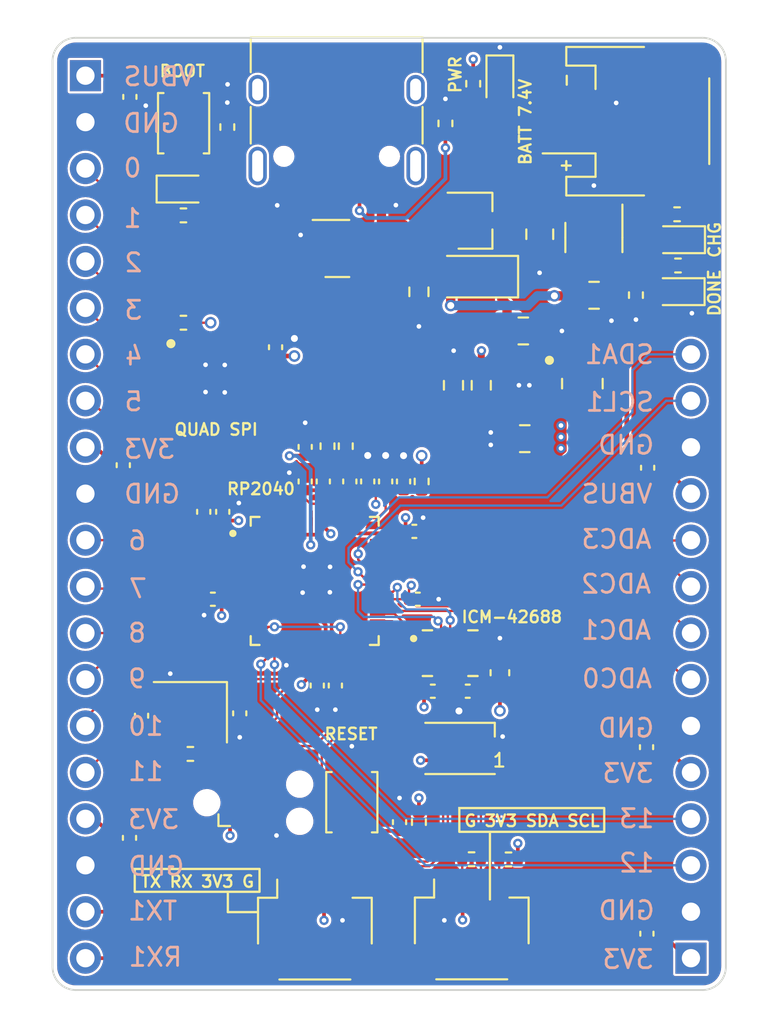
<source format=kicad_pcb>
(kicad_pcb (version 20211014) (generator pcbnew)
  (layers (0 "F.Cu" signal) (1 "In1.Cu" power) (2 "In2.Cu" power) (31 "B.Cu" signal) (34 "B.Paste" user) (35 "F.Paste" user) (36 "B.SilkS" user "B.Silkscreen") (37 "F.SilkS" user "F.Silkscreen") (38 "B.Mask" user) (39 "F.Mask" user) (44 "Edge.Cuts" user))
  (net 0 "")
  (net 1 "VBUS")
  (net 2 "GND")
  (net 3 "Net-(C2-Pad1)")
  (net 4 "+BATT")
  (net 5 "MCU_XIN")
  (net 6 "+3V3")
  (net 7 "Net-(C6-Pad1)")
  (net 8 "nRESET")
  (net 9 "+3.3VA")
  (net 10 "Net-(D2-Pad1)")
  (net 11 "Net-(D3-Pad2)")
  (net 12 "/USB_D-")
  (net 13 "/USB_D+")
  (net 14 "Net-(D5-Pad2)")
  (net 15 "Net-(D6-Pad1)")
  (net 16 "Net-(D6-Pad2)")
  (net 18 "RGB_DIN")
  (net 21 "Net-(IC1-Pad6)")
  (net 22 "Net-(IC1-Pad8)")
  (net 23 "SWD")
  (net 24 "SWCLK")
  (net 26 "GP0")
  (net 27 "GP1")
  (net 28 "GP2")
  (net 29 "GP3")
  (net 30 "GP4")
  (net 31 "GP5")
  (net 32 "GP6")
  (net 33 "GP7")
  (net 34 "GP8")
  (net 35 "GP9")
  (net 36 "GP10")
  (net 37 "GP11")
  (net 38 "RX1")
  (net 39 "TX1")
  (net 40 "GP12")
  (net 41 "GP13")
  (net 42 "ADC0")
  (net 43 "ADC1")
  (net 44 "ADC2")
  (net 45 "ADC3")
  (net 46 "SCL1")
  (net 47 "SDA1")
  (net 48 "Net-(P1-PadA5)")
  (net 49 "Net-(P1-PadB5)")
  (net 51 "Net-(R2-Pad2)")
  (net 52 "D+")
  (net 53 "D-")
  (net 54 "Net-(R8-Pad1)")
  (net 55 "MCU_XOUT")
  (net 56 "QSPI_CS")
  (net 57 "+1V1")
  (net 58 "QSPI_SD3")
  (net 59 "QSPI_CLK")
  (net 60 "QSPI_SD0")
  (net 61 "QSPI_SD2")
  (net 62 "QSPI_SD1")
  (net 63 "IMU_MISO")
  (net 64 "IMU_CS")
  (net 65 "IMU_SCK")
  (net 66 "IMU_MOSI")
  (net 72 "IMU_INT1")
  (footprint "Button_Switch_SMD:SW_SPST_B3U-1000P" (layer "F.Cu") (at 140.63 55.99 90)
    (fp_text reference "SW2" hide)
    (fp_text value "SW_SPST")
  )
  (footprint "Crystal:Crystal_SMD_3225-4Pin_3.2x2.5mm" (layer "F.Cu") (at 141 88.2 180)
    (fp_text reference "Y1" hide)
    (fp_text value "12MHz")
  )
  (footprint "Connector_PinSocket_2.54mm:PinSocket_1x20_P2.54mm_Vertical" (layer "F.Cu") (at 135.260004 53.390013)
    (fp_text reference "J3" hide)
    (fp_text value "Conn_01x20")
  )
  (footprint "Diode_SMD:D_1206_3216Metric" (layer "F.Cu") (at 156.64 64.38 180)
    (fp_text reference "D1" hide)
    (fp_text value "D_Schottky_Small")
  )
  (footprint "Capacitor_SMD:C_0402_1005Metric" (layer "F.Cu") (at 148.93 86.74 -90)
    (fp_text reference "C22" hide)
    (fp_text value "100n")
  )
  (footprint "Capacitor_SMD:C_0402_1005Metric" (layer "F.Cu") (at 153.44 82.02)
    (fp_text reference "C18" hide)
    (fp_text value "100n")
  )
  (footprint "Capacitor_SMD:C_0402_1005Metric" (layer "F.Cu") (at 137.69 54.55 90)
    (fp_text reference "C30" hide)
    (fp_text value "1u")
  )
  (footprint "Capacitor_SMD:C_0402_1005Metric" (layer "F.Cu") (at 151.68 75.58 90)
    (fp_text reference "C8" hide)
    (fp_text value "100n")
  )
  (footprint "Capacitor_SMD:C_0402_1005Metric" (layer "F.Cu") (at 137.67 95.07 90)
    (fp_text reference "C29" hide)
    (fp_text value "1u")
  )
  (footprint "Connector_JST:JST_PH_S2B-PH-SM4-TB_1x02-1MP_P2.00mm_Horizontal" (layer "F.Cu") (at 164.87 55.88 90)
    (fp_text reference "J1" hide)
    (fp_text value "JST-PH")
  )
  (footprint "Capacitor_SMD:C_0402_1005Metric" (layer "F.Cu") (at 145.66 68.24 90)
    (fp_text reference "C24" hide)
    (fp_text value "100n")
  )
  (footprint "Capacitor_SMD:C_0402_1005Metric" (layer "F.Cu") (at 154.26 87.05)
    (fp_text reference "C27" hide)
    (fp_text value "10n")
  )
  (footprint "LED_SMD:LED_0603_1608Metric" (layer "F.Cu") (at 157.93 53.77 -90)
    (fp_text reference "D5" hide)
    (fp_text value "Green")
  )
  (footprint "Package_TO_SOT_SMD:TSOT-23" (layer "F.Cu") (at 156.57 61.3)
    (fp_text reference "Q1" hide)
    (fp_text value "TP0610L")
  )
  (footprint "ICM-42688-P:ICP-42688-P" (layer "F.Cu") (at 155.21 84.97)
    (fp_text reference "U4" hide)
    (fp_text value "ICM-42688-P")
  )
  (footprint "Capacitor_SMD:C_0402_1005Metric" (layer "F.Cu") (at 165.95 90.11 -90)
    (fp_text reference "C33" hide)
    (fp_text value "1u")
  )
  (footprint "Capacitor_SMD:C_0402_1005Metric" (layer "F.Cu") (at 138.33 88.39 90)
    (fp_text reference "C6" hide)
    (fp_text value "10p")
  )
  (footprint "Resistor_SMD:R_0603_1608Metric" (layer "F.Cu") (at 155.39 70.32 90)
    (fp_text reference "R10" hide)
    (fp_text value "37K4")
  )
  (footprint "W25Q64JVXGIQ_TR:W25Q64JVXGIQ_TR" (layer "F.Cu") (at 142.31 69.92)
    (fp_text reference "U3" hide)
    (fp_text value "W25Q32JVZP" hide)
  )
  (footprint "Resistor_SMD:R_0402_1005Metric" (layer "F.Cu") (at 153.5 94.21 -90)
    (fp_text reference "R13" hide)
    (fp_text value "4k7")
  )
  (footprint "Resistor_SMD:R_0402_1005Metric" (layer "F.Cu") (at 148.5 73.65 -90)
    (fp_text reference "R6" hide)
    (fp_text value "27R")
  )
  (footprint "Resistor_SMD:R_0402_1005Metric" (layer "F.Cu") (at 143.02 56.2 90)
    (fp_text reference "R5" hide)
    (fp_text value "5k1")
  )
  (footprint "Capacitor_SMD:C_0402_1005Metric" (layer "F.Cu") (at 142.770004 77.240013 90)
    (fp_text reference "C11" hide)
    (fp_text value "100n")
  )
  (footprint "Resistor_SMD:R_0402_1005Metric" (layer "F.Cu") (at 156.47 53.83 -90)
    (fp_text reference "R12" hide)
    (fp_text value "4K7")
  )
  (footprint "Capacitor_SMD:C_0402_1005Metric" (layer "F.Cu") (at 147.28 73.69 90)
    (fp_text reference "C19" hide)
    (fp_text value "100n")
  )
  (footprint "Connector_PinHeader_2.54mm:PinHeader_1x14_P2.54mm_Vertical" (layer "F.Cu") (at 168.380004 101.650013 180)
    (fp_text reference "J4" hide)
    (fp_text value "Conn_01x14")
  )
  (footprint "Resistor_SMD:R_0402_1005Metric" (layer "F.Cu") (at 167.67 63.77)
    (fp_text reference "R3" hide)
    (fp_text value "4K7")
  )
  (footprint "Capacitor_SMD:C_0402_1005Metric" (layer "F.Cu") (at 152.44 94.21 90)
    (fp_text reference "C7" hide)
    (fp_text value "100n")
  )
  (footprint "Capacitor_SMD:C_0402_1005Metric" (layer "F.Cu") (at 166.01 74.83 90)
    (fp_text reference "C32" hide)
    (fp_text value "1u")
  )
  (footprint "Resistor_SMD:R_0402_1005Metric" (layer "F.Cu") (at 153.65001 75.580011 90)
    (fp_text reference "FB1" hide)
    (fp_text value "480R@100MHz")
  )
  (footprint "LED_SMD:LED_SK6805_PLCC4_2.4x2.7mm_P1.3mm" (layer "F.Cu") (at 155.75 90.18 180)
    (fp_text reference "D7" hide)
    (fp_text value "SK6805")
  )
  (footprint "Resistor_SMD:R_0603_1608Metric" (layer "F.Cu") (at 156.91 70.32 -90)
    (fp_text reference "R9" hide)
    (fp_text value "118K")
  )
  (footprint "Resistor_SMD:R_0402_1005Metric" (layer "F.Cu") (at 140.62 66.9 180)
    (fp_text reference "R15" hide)
    (fp_text value "4K7")
  )
  (footprint "Capacitor_SMD:C_0402_1005Metric" (layer "F.Cu") (at 141.730004 77.240013 90)
    (fp_text reference "C9" hide)
    (fp_text value "4u7")
  )
  (footprint "Capacitor_SMD:C_0402_1005Metric" (layer "F.Cu") (at 153.25 78.31)
    (fp_text reference "C21" hide)
    (fp_text value "100n")
  )
  (footprint "Capacitor_SMD:C_0402_1005Metric" (layer "F.Cu") (at 142.230004 82.020013 180)
    (fp_text reference "C14" hide)
    (fp_text value "100n")
  )
  (footprint "Resistor_SMD:R_0402_1005Metric" (layer "F.Cu") (at 154.95 56 90)
    (fp_text reference "R4" hide)
    (fp_text value "5k1")
  )
  (footprint "Capacitor_SMD:C_0402_1005Metric" (layer "F.Cu") (at 137.330004 74.690013 90)
    (fp_text reference "C28" hide)
    (fp_text value "1u")
  )
  (footprint "Package_TO_SOT_SMD:SOT-143" (layer "F.Cu") (at 149.04 62.84)
    (fp_text reference "D4" hide)
    (fp_text value "PRTR5V0U2X")
  )
  (footprint "Capacitor_SMD:C_0402_1005Metric" (layer "F.Cu") (at 148.27 75.58 90)
    (fp_text reference "C10" hide)
    (fp_text value "100n")
  )
  (footprint "Resistor_SMD:R_0603_1608Metric" (layer "F.Cu") (at 153.5 65.21 -90)
    (fp_text reference "R1" hide)
    (fp_text value "10K")
  )
  (footprint "Resistor_SMD:R_0402_1005Metric" (layer "F.Cu") (at 149.5 73.65 -90)
    (fp_text reference "R7" hide)
    (fp_text value "27R")
  )
  (footprint "Resistor_SMD:R_0402_1005Metric" (layer "F.Cu") (at 156.380004 96.240013)
    (fp_text reference "R16" hide)
    (fp_text value "4K7")
  )
  (footprint "Resistor_SMD:R_0402_1005Metric" (layer "F.Cu") (at 141 90.48 180)
    (fp_text reference "R11" hide)
    (fp_text value "1K")
  )
  (footprint "Capacitor_SMD:C_0805_2012Metric" (layer "F.Cu") (at 160.11 62.06 -90)
    (fp_text reference "C3" hide)
    (fp_text value "10u")
  )
  (footprint "Capacitor_SMD:C_0805_2012Metric" (layer "F.Cu") (at 159.21 67.35)
    (fp_text reference "C2" hide)
    (fp_text value "10u")
  )
  (footprint "Capacitor_SMD:C_0805_2012Metric" (layer "F.Cu") (at 163.08 65.4)
    (fp_text reference "C1" hide)
    (fp_text value "10u")
  )
  (footprint "Resistor_SMD:R_0402_1005Metric" (layer "F.Cu") (at 165.37 65.39 -90)
    (fp_text reference "R8" hide)
    (fp_text value "5K")
  )
  (footprint "RP2040:QFN40P700X700X90-57N" (layer "F.Cu") (at 147.8 81.02)
    (fp_text reference "U2" hide)
    (fp_text value "RP2040")
  )
  (footprint "LED_SMD:LED_0603_1608Metric" (layer "F.Cu") (at 167.64 65.2 180)
    (fp_text reference "D3" hide)
    (fp_text value "Green")
  )
  (footprint "Capacitor_SMD:C_0402_1005Metric" (layer "F.Cu") (at 149.72 75.58 90)
    (fp_text reference "C23" hide)
    (fp_text value "1u")
  )
  (footprint "Capacitor_SMD:C_0402_1005Metric" (layer "F.Cu") (at 143.7 88.26 -90)
    (fp_text reference "C4" hide)
    (fp_text value "10p")
  )
  (footprint "Capacitor_SMD:C_0402_1005Metric" (layer "F.Cu") (at 147.28 75.58 90)
    (fp_text reference "C12" hide)
    (fp_text value "100n")
  )
  (footprint "LED_SMD:LED_0603_1608Metric" (layer "F.Cu") (at 140.64 59.59)
    (fp_text reference "D6" hide)
    (fp_text value "LED" hide)
  )
  (footprint "Capacitor_SMD:C_0402_1005Metric" (layer "F.Cu") (at 147.94 86.74 -90)
    (fp_text reference "C16" hide)
    (fp_text value "100n")
  )
  (footprint "Capacitor_SMD:C_0402_1005Metric" (layer "F.Cu") (at 150.7 75.58 90)
    (fp_text reference "C20" hide)
    (fp_text value "1u")
  )
  (footprint "Connector_JST:JST_SH_SM04B-SRSS-TB_1x04-1MP_P1.00mm_Horizontal" (layer "F.Cu") (at 156.390004 100.120013)
    (fp_text reference "J5" hide)
    (fp_text value "Conn_01x04")
  )
  (footprint "Connector_JST:JST_SH_SM04B-SRSS-TB_1x04-1MP_P1.00mm_Horizontal" (layer "F.Cu") (at 147.810004 100.130013)
    (fp_text reference "J6" hide)
    (fp_text value "Conn_01x04")
  )
  (footprint "LED_SMD:LED_0603_1608Metric" (layer "F.Cu") (at 167.66 62.36 180)
    (fp_text reference "D2" hide)
    (fp_text value "Orange")
  )
  (footprint "Capacitor_SMD:C_0402_1005Metric" (layer "F.Cu") (at 165.97 100.31 90)
    (fp_text reference "C31" hide)
    (fp_text value "1u")
  )
  (footprint "KiCad:MAX17626ATA+T" (layer "F.Cu") (at 159.237502 70.330009 -90)
    (fp_text reference "IC1" hide)
    (fp_text value "MAX17626ATA+T" hide)
  )
  (footprint "Capacitor_SMD:C_0402_1005Metric" (layer "F.Cu") (at 156.17 87.05 180)
    (fp_text reference "C25" hide)
    (fp_text value "0.1u")
  )
  (footprint "Connector_USB:USB_C_Receptacle_HRO_TYPE-C-31-M-12" (layer "F.Cu") (at 149 55.2 180)
    (fp_text reference "P1" hide)
    (fp_text value "USB_C_Plug_USB2.0")
  )
  (footprint "Capacitor_SMD:C_0603_1608Metric" (layer "F.Cu") (at 157.93 86.04 90)
    (fp_text reference "C26" hide)
    (fp_text value "2u2")
  )
  (footprint "Button_Switch_SMD:SW_SPST_B3U-1000P" (layer "F.Cu") (at 149.830004 93.120013 90)
    (fp_text reference "SW1" hide)
    (fp_text value "RESET")
  )
  (footprint "Resistor_SMD:R_0402_1005Metric" (layer "F.Cu") (at 167.62 60.97 180)
    (fp_text reference "R2" hide)
    (fp_text value "4K7")
  )
  (footprint "Capacitor_SMD:C_0805_2012Metric" (layer "F.Cu") (at 159.29 73.24 180)
    (fp_text reference "C5" hide)
    (fp_text value "10u")
  )
  (footprint "Connector:Tag-Connect_TC2030-IDC-NL_2x03_P1.27mm_Vertical" (layer "F.Cu") (at 144.440004 93.150013)
    (fp_text reference "J2" hide)
    (fp_text value "TC2030-IDC-NL")
  )
  (footprint "Resistor_SMD:R_0402_1005Metric" (layer "F.Cu") (at 158.400004 96.250013 180)
    (fp_text reference "R17" hide)
    (fp_text value "4K7")
  )
  (footprint "Resistor_SMD:R_0402_1005Metric" (layer "F.Cu") (at 140.62 61.03)
    (fp_text reference "R14" hide)
    (fp_text value "4K7")
  )
  (footprint "Package_TO_SOT_SMD:SOT-23-5" (layer "F.Cu") (at 163.07 62.24 -90)
    (fp_text reference "U1" hide)
    (fp_text value "MCP73831-2-OT")
  )
  (footprint "Capacitor_SMD:C_0402_1005Metric" (layer "F.Cu") (at 152.66 75.58 90)
    (fp_text reference "C13" hide)
    (fp_text value "10u")
  )
  (footprint "Inductor_SMD:L_1008_2520Metric" (layer "F.Cu") (at 162.44 70.23 -90)
    (fp_text reference "L1" hide)
    (fp_text value "1u")
  )
  (gr_rect (start 137.957504 96.770013) (end 144.782504 98.020013) (layer "F.SilkS") (width 0.127) (fill none))
  (gr_line (start 143.050004 99.130013) (end 144.690004 99.130013) (layer "F.SilkS") (width 0.127))
  (gr_line (start 157.385004 98.440013) (end 157.385004 94.740013) (layer "F.SilkS") (width 0.127))
  (gr_line (start 143.050004 98.020013) (end 143.050004 99.130013) (layer "F.SilkS") (width 0.127))
  (gr_rect (start 155.710004 93.440013) (end 163.635004 94.740013) (layer "F.SilkS") (width 0.127) (fill none))
  (gr_arc (start 133.460004 52.590013) (mid 133.831978 51.691987) (end 134.730004 51.320013) (layer "Edge.Cuts") (width 0.1))
  (gr_arc (start 169.020004 51.320013) (mid 169.91803 51.691987) (end 170.290004 52.590013) (layer "Edge.Cuts") (width 0.1))
  (gr_line (start 170.290004 52.590013) (end 170.290004 102.120013) (layer "Edge.Cuts") (width 0.1))
  (gr_line (start 133.460004 102.120013) (end 133.460004 52.590013) (layer "Edge.Cuts") (width 0.1))
  (gr_arc (start 170.290004 102.120013) (mid 169.91803 103.018039) (end 169.020004 103.390013) (layer "Edge.Cuts") (width 0.1))
  (gr_arc (start 134.730004 103.390013) (mid 133.831978 103.018039) (end 133.460004 102.120013) (layer "Edge.Cuts") (width 0.1))
  (gr_line (start 134.730004 51.320013) (end 169.020004 51.320013) (layer "Edge.Cuts") (width 0.1))
  (gr_line (start 169.020004 103.390013) (end 134.730004 103.390013) (layer "Edge.Cuts") (width 0.1))
  (gr_text "VBUS" (at 139.285004 53.440013) (layer "B.SilkS") (effects (font (size 1 1)) (justify mirror)))
  (gr_text "7" (at 138.135004 81.440013) (layer "B.SilkS") (effects (font (size 1 1)) (justify mirror)))
  (gr_text "GND" (at 138.910004 76.265013) (layer "B.SilkS") (effects (font (size 1 1)) (justify mirror)))
  (gr_text "RX1" (at 139.085004 101.590013) (layer "B.SilkS") (effects (font (size 1 1)) (justify mirror)))
  (gr_text "TX1" (at 138.935004 99.065013) (layer "B.SilkS") (effects (font (size 1 1)) (justify mirror)))
  (gr_text "0" (at 137.835004 58.440013) (layer "B.SilkS") (effects (font (size 1 1)) (justify mirror)))
  (gr_text "11" (at 138.560004 91.440013) (layer "B.SilkS") (effects (font (size 1 1)) (justify mirror)))
  (gr_text "12" (at 165.410004 96.440013) (layer "B.SilkS") (effects (font (size 1 1)) (justify mirror)))
  (gr_text "GND" (at 164.835004 73.590013) (layer "B.SilkS") (effects (font (size 1 1)) (justify mirror)))
  (gr_text "SDA1" (at 164.460004 68.640013) (layer "B.SilkS") (effects (font (size 1 1)) (justify mirror)))
  (gr_text "ADC0" (at 164.335004 86.365013) (layer "B.SilkS") (effects (font (size 1 1)) (justify mirror)))
  (gr_text "10" (at 138.560004 88.965013) (layer "B.SilkS") (effects (font (size 1 1)) (justify mirror)))
  (gr_text "5" (at 137.885004 71.215013) (layer "B.SilkS") (effects (font (size 1 1)) (justify mirror)))
  (gr_text "2" (at 137.885004 63.615013) (layer "B.SilkS") (effects (font (size 1 1)) (justify mirror)))
  (gr_text "3V3" (at 164.935004 91.540013) (layer "B.SilkS") (effects (font (size 1 1)) (justify mirror)))
  (gr_text "3" (at 137.885004 66.215013) (layer "B.SilkS") (effects (font (size 1 1)) (justify mirror)))
  (gr_text "ADC3" (at 164.310004 78.740013) (layer "B.SilkS") (effects (font (size 1 1)) (justify mirror)))
  (gr_text "3V3" (at 164.935004 101.715013) (layer "B.SilkS") (effects (font (size 1 1)) (justify mirror)))
  (gr_text "3V3" (at 138.985004 94.065013) (layer "B.SilkS") (effects (font (size 1 1)) (justify mirror)))
  (gr_text "ADC1" (at 164.285004 83.715013) (layer "B.SilkS") (effects (font (size 1 1)) (justify mirror)))
  (gr_text "GND" (at 139.135004 96.615013) (layer "B.SilkS") (effects (font (size 1 1)) (justify mirror)))
  (gr_text "1" (at 137.835004 61.190013) (layer "B.SilkS") (effects (font (size 1 1)) (justify mirror)))
  (gr_text "VBUS" (at 164.335004 76.265013) (layer "B.SilkS") (effects (font (size 1 1)) (justify mirror)))
  (gr_text "GND" (at 138.860004 55.990013) (layer "B.SilkS") (effects (font (size 1 1)) (justify mirror)))
  (gr_text "3V3" (at 138.760004 73.815013) (layer "B.SilkS") (effects (font (size 1 1)) (justify mirror)))
  (gr_text "8" (at 138.085004 83.865013) (layer "B.SilkS") (effects (font (size 1 1)) (justify mirror)))
  (gr_text "GND" (at 164.860004 99.040013) (layer "B.SilkS") (effects (font (size 1 1)) (justify mirror)))
  (gr_text "ADC2" (at 164.285004 81.190013) (layer "B.SilkS") (effects (font (size 1 1)) (justify mirror)))
  (gr_text "GND" (at 164.835004 89.065013) (layer "B.SilkS") (effects (font (size 1 1)) (justify mirror)))
  (gr_text "4" (at 137.910004 68.715013) (layer "B.SilkS") (effects (font (size 1 1)) (justify mirror)))
  (gr_text "SCL1" (at 164.485004 71.240013) (layer "B.SilkS") (effects (font (size 1 1)) (justify mirror)))
  (gr_text "9" (at 138.085004 86.365013) (layer "B.SilkS") (effects (font (size 1 1)) (justify mirror)))
  (gr_text "6" (at 138.085004 78.815013) (layer "B.SilkS") (effects (font (size 1 1)) (justify mirror)))
  (gr_text "13" (at 165.410004 94.015013) (layer "B.SilkS") (effects (font (size 1 1)) (justify mirror)))
  (gr_text "+" (at 161.560004 58.260013) (layer "F.SilkS") (effects (font (size 0.635 0.635) (thickness 0.127))))
  (gr_text "QUAD SPI" (at 142.410002 72.740012) (layer "F.SilkS") (effects (font (size 0.635 0.635) (thickness 0.127))))
  (gr_text "-" (at 161.540004 53.640013 90) (layer "F.SilkS") (effects (font (size 0.635 0.635) (thickness 0.127))))
  (gr_text "BOOT" (at 140.560004 53.140013) (layer "F.SilkS") (effects (font (size 0.635 0.635) (thickness 0.127))))
  (gr_text "PWR" (at 155.490004 53.330013 90) (layer "F.SilkS") (effects (font (size 0.635 0.635) (thickness 0.127))))
  (gr_text "CHG" (at 169.670004 62.370013 90) (layer "F.SilkS") (effects (font (size 0.635 0.635) (thickness 0.127))))
  (gr_text "BATT 7.4V" (at 159.320004 55.920013 90) (layer "F.SilkS") (effects (font (size 0.635 0.635) (thickness 0.127))))
  (gr_text "G 3V3 SDA SCL" (at 159.685004 94.140013) (layer "F.SilkS") (effects (font (size 0.635 0.635) (thickness 0.127))))
  (gr_text "RESET" (at 149.785004 89.390013) (layer "F.SilkS") (effects (font (size 0.635 0.635) (thickness 0.127))))
  (gr_text "RP2040" (at 144.860004 75.990013) (layer "F.SilkS") (effects (font (size 0.635 0.635) (thickness 0.127))))
  (gr_text "DONE" (at 169.660004 65.260013 90) (layer "F.SilkS") (effects (font (size 0.635 0.635) (thickness 0.127))))
  (gr_text "ICM-42688" (at 158.585004 82.990013) (layer "F.SilkS") (effects (font (size 0.635 0.635) (thickness 0.127))))
  (gr_text "TX RX 3V3 G" (at 141.390004 97.460013) (layer "F.SilkS") (effects (font (size 0.635 0.635) (thickness 0.127))))
  (segment (start 155.235 64.385) (end 155.24 64.38) (width 0.2032) (layer "F.Cu") (net 1))
  (segment (start 146.55 59.245) (end 146.55 58.53) (width 0.381) (layer "F.Cu") (net 1))
  (segment (start 151.45 61.52) (end 152.66 61.52) (width 0.508) (layer "F.Cu") (net 1))
  (segment (start 135.260004 53.390013) (end 137.010013 53.390013) (width 0.2032) (layer "F.Cu") (net 1))
  (segment (start 152.66 61.52) (end 153.39 62.25) (width 0.508) (layer "F.Cu") (net 1))
  (segment (start 162.12 63.3775) (end 162.6025 63.3775) (width 0.2032) (layer "F.Cu") (net 1))
  (segment (start 160.91 65.43) (end 162.1 65.43) (width 0.508) (layer "F.Cu") (net 1))
  (segment (start 140.38 52.1) (end 145.55 52.1) (width 0.2032) (layer "F.Cu") (net 1))
  (segment (start 146.55 58.53) (end 147.18 57.9) (width 0.381) (layer "F.Cu") (net 1))
  (segment (start 162.12 63.3775) (end 162.12 65.39) (width 0.254) (layer "F.Cu") (net 1))
  (segment (start 164.87 74.93) (end 165.25 75.31) (width 0.254) (layer "F.Cu") (net 1))
  (segment (start 138.41 54.07) (end 140.38 52.1) (width 0.2032) (layer "F.Cu") (net 1))
  (segment (start 137.010013 53.390013) (end 137.69 54.07) (width 0.2032) (layer "F.Cu") (net 1))
  (segment (start 155.26 62.25) (end 155.26 64.36) (width 0.508) (layer "F.Cu") (net 1))
  (segment (start 137.69 54.07) (end 138.41 54.07) (width 0.2032) (layer "F.Cu") (net 1))
  (segment (start 145.55 52.1) (end 147.18 53.73) (width 0.2032) (layer "F.Cu") (net 1))
  (segment (start 163.62 62.36) (end 166.8725 62.36) (width 0.2032) (layer "F.Cu") (net 1))
  (segment (start 155.26 64.36) (end 155.24 64.38) (width 0.508) (layer "F.Cu") (net 1))
  (segment (start 153.39 62.25) (end 155.26 62.25) (width 0.508) (layer "F.Cu") (net 1))
  (segment (start 162.6025 63.3775) (end 163.62 62.36) (width 0.2032) (layer "F.Cu") (net 1))
  (segment (start 151.45 59.245) (end 151.45 61.52) (width 0.508) (layer "F.Cu") (net 1))
  (segment (start 162.1 65.43) (end 162.13 65.4) (width 0.508) (layer "F.Cu") (net 1))
  (segment (start 163.97 67.35) (end 164.87 68.25) (width 0.254) (layer "F.Cu") (net 1))
  (segment (start 166.01 75.31) (end 167.439991 75.31) (width 0.2032) (layer "F.Cu") (net 1))
  (segment (start 164.87 68.25) (end 164.87 74.93) (width 0.254) (layer "F.Cu") (net 1))
  (segment (start 151.08 61.89) (end 150.04 61.89) (width 0.508) (layer "F.Cu") (net 1))
  (segment (start 147.18 57.9) (end 150.84 57.9) (width 0.381) (layer "F.Cu") (net 1))
  (segment (start 155.24 64.38) (end 155.24 65.96) (width 0.508) (layer "F.Cu") (net 1))
  (segment (start 162.76 67.35) (end 163.97 67.35) (width 0.254) (layer "F.Cu") (net 1))
  (segment (start 162.13 65.4) (end 162.13 66.72) (width 0.254) (layer "F.Cu") (net 1))
  (segment (start 150.84 57.9) (end 151.45 58.51) (width 0.381) (layer "F.Cu") (net 1))
  (segment (start 151.45 58.51) (end 151.45 59.245) (width 0.381) (layer "F.Cu") (net 1))
  (segment (start 162.13 66.72) (end 162.76 67.35) (width 0.254) (layer "F.Cu") (net 1))
  (segment (start 167.439991 75.31) (end 168.380004 76.250013) (width 0.2032) (layer "F.Cu") (net 1))
  (segment (start 153.5 64.385) (end 155.235 64.385) (width 0.2032) (layer "F.Cu") (net 1))
  (segment (start 165.25 75.31) (end 166.01 75.31) (width 0.254) (layer "F.Cu") (net 1))
  (segment (start 151.45 61.52) (end 151.08 61.89) (width 0.508) (layer "F.Cu") (net 1))
  (segment (start 147.18 53.73) (end 147.18 57.81) (width 0.2032) (layer "F.Cu") (net 1))
  (via (at 155.24 65.96) (size 0.635) (drill 0.381) (layers "F.Cu" "B.Cu") (net 1))
  (via (at 160.91 65.43) (size 0.635) (drill 0.381) (layers "F.Cu" "B.Cu") (net 1))
  (segment (start 159.98 65.43) (end 160.91 65.43) (width 0.508) (layer "B.Cu") (net 1))
  (segment (start 159.94 65.47) (end 159.98 65.43) (width 0.508) (layer "B.Cu") (net 1))
  (segment (start 159.45 65.96) (end 159.94 65.47) (width 0.508) (layer "B.Cu") (net 1))
  (segment (start 155.24 65.96) (end 159.45 65.96) (width 0.508) (layer "B.Cu") (net 1))
  (segment (start 147.28 75.1) (end 148.27 75.1) (width 0.2032) (layer "F.Cu") (net 2))
  (segment (start 151.68 75.1) (end 152.66 75.1) (width 0.2032) (layer "F.Cu") (net 2))
  (segment (start 151.680004 74.160013) (end 151.68 74.160017) (width 0.2032) (layer "F.Cu") (net 2))
  (segment (start 154.74 87.05) (end 155.69 87.05) (width 0.2032) (layer "F.Cu") (net 2))
  (segment (start 164.03 65.4) (end 164.03 66.79) (width 0.508) (layer "F.Cu") (net 2))
  (segment (start 155.06 86.51) (end 155.21 86.36) (width 0.2032) (layer "F.Cu") (net 2))
  (segment (start 154.89 99.58) (end 154.890004 99.579996) (width 0.2032) (layer "F.Cu") (net 2))
  (segment (start 147.94 87.22) (end 147.94 88.06) (width 0.2032) (layer "F.Cu") (net 2))
  (segment (start 141.750004 82.020013) (end 141.750004 82.889996) (width 0.2032) (layer "F.Cu") (net 2))
  (segment (start 147.28 73.21) (end 147.28 72.37) (width 0.2032) (layer "F.Cu") (net 2))
  (segment (start 149.310004 99.570004) (end 149.32 99.58) (width 0.2032) (layer "F.Cu") (net 2))
  (segment (start 145.710004 94.939996) (end 145.71 94.94) (width 0.2032) (layer "F.Cu") (net 2))
  (segment (start 154.890004 99.579996) (end 154.890004 98.120013) (width 0.2032) (layer "F.Cu") (net 2))
  (segment (start 141.11 71.12) (end 142.31 69.92) (width 0.2032) (layer "F.Cu") (net 2))
  (segment (start 138.41 87.35) (end 139.9 87.35) (width 0.2032) (layer "F.Cu") (net 2))
  (segment (start 160.11 64.16) (end 160.1 64.17) (width 0.508) (layer "F.Cu") (net 2))
  (segment (start 140.63 54.29) (end 142.610017 54.29) (width 0.508) (layer "F.Cu") (net 2))
  (segment (start 145.66 67.76) (end 146.69 67.76) (width 0.254) (layer "F.Cu") (net 2))
  (segment (start 141.750004 82.889996) (end 141.75 82.89) (width 0.2032) (layer "F.Cu") (net 2))
  (segment (start 155.69 87.05) (end 155.69 88.13) (width 0.2032) (layer "F.Cu") (net 2))
  (segment (start 154.95 55.49) (end 154.95 54.66) (width 0.2032) (layer "F.Cu") (net 2))
  (segment (start 153.92 82.02) (end 154.58 82.02) (width 0.2032) (layer "F.Cu") (net 2))
  (segment (start 150.7 74.160017) (end 150.700004 74.160013) (width 0.2032) (layer "F.Cu") (net 2))
  (segment (start 150.7 75.1) (end 150.7 74.160017) (width 0.2032) (layer "F.Cu") (net 2))
  (segment (start 142.610017 54.29) (end 143.035004 53.865013) (width 0.508) (layer "F.Cu") (net 2))
  (segment (start 154.88 86.51) (end 155.06 86.51) (width 0.2032) (layer "F.Cu") (net 2))
  (segment (start 138.33 87.91) (end 138.33 87.43) (width 0.2032) (layer "F.Cu") (net 2))
  (segment (start 137.67 95.55) (end 136.280017 95.55) (width 0.2032) (layer "F.Cu") (net 2))
  (segment (start 167.700017 89.63) (end 168.380004 88.950013) (width 0.2032) (layer "F.Cu") (net 2))
  (segment (start 145.710004 93.785013) (end 145.710004 94.939996) (width 0.2032) (layer "F.Cu") (net 2))
  (segment (start 143.7 88.74) (end 143.7 89.57) (width 0.2032) (layer "F.Cu") (net 2))
  (segment (start 148.04 62.09) (end 147.04 62.09) (width 0.508) (layer "F.Cu") (net 2))
  (segment (start 152.25 59.245) (end 152.25 60.46) (width 0.381) (layer "F.Cu") (net 2))
  (segment (start 149.830004 90.060004) (end 149.83 90.06) (width 0.2032) (layer "F.Cu") (net 2))
  (segment (start 153.5 66.035) (end 153.5 67.1) (width 0.2032) (layer "F.Cu") (net 2))
  (segment (start 136.280017 95.55) (end 135.260004 96.570013) (width 0.2032) (layer "F.Cu") (net 2))
  (segment (start 155.39 68.44) (end 155.4 68.43) (width 0.381) (layer "F.Cu") (net 2))
  (segment (start 148.93 87.22) (end 148.93 88.06) (width 0.2032) (layer "F.Cu") (net 2))
  (segment (start 146.8 85.08) (end 146.25 85.63) (width 0.127) (layer "F.Cu") (net 2))
  (segment (start 142.1 89.05) (end 142.92 89.05) (width 0.2032) (layer "F.Cu") (net 2))
  (segment (start 155.21 86.36) (end 155.21 85.885) (width 0.2032) (layer "F.Cu") (net 2))
  (segment (start 154.74 87.05) (end 154.74 86.65) (width 0.2032) (layer "F.Cu") (net 2))
  (segment (start 168.4275 65.2) (end 168.4275 66.3775) (width 0.2032) (layer "F.Cu") (net 2))
  (segment (start 157.93 52.9825) (end 157.93 51.84) (width 0.2032) (layer "F.Cu") (net 2))
  (segment (start 135.260004 55.930013) (end 136.789987 55.930013) (width 0.2032) (layer "F.Cu") (net 2))
  (segment (start 162.02 54.88) (end 164.29 54.88) (width 0.508) (layer "F.Cu") (net 2))
  (segment (start 136.340004 75.170013) (end 137.330004 75.170013) (width 0.2032) (layer "F.Cu") (net 2))
  (segment (start 154.74 86.65) (end 154.88 86.51) (width 0.2032) (layer "F.Cu") (net 2))
  (segment (start 155.39 69.495) (end 155.39 68.44) (width 0.381) (layer "F.Cu") (net 2))
  (segment (start 159.4875 69.33) (end 159.4875 70.2675) (width 0.2032) (layer "F.Cu") (net 2))
  (segment (start 157.93 85.265) (end 157.93 84.15) (width 0.2032) (layer "F.Cu") (net 2))
  (segment (start 156.750004 89.529996) (end 158.079999 89.529996) (width 0.2032) (layer "F.Cu") (net 2))
  (segment (start 152.25 60.46) (end 152.24 60.47) (width 0.381) (layer "F.Cu") (net 2))
  (segment (start 142.770004 76.760013) (end 141.730004 76.760013) (width 0.2032) (layer "F.Cu") (net 2))
  (segment (start 138.33 87.43) (end 138.41 87.35) (width 0.2032) (layer "F.Cu") (net 2))
  (segment (start 159.4875 70.2675) (end 159.54 70.32) (width 0.2032) (layer "F.Cu") (net 2))
  (segment (start 140.36 71.12) (end 141.11 71.12) (width 0.2032) (layer "F.Cu") (net 2))
  (segment (start 143.23 88.74) (end 143.7 88.74) (width 0.2032) (layer "F.Cu") (net 2))
  (segment (start 147.28 75.1) (end 146.41 75.1) (width 0.2032) (layer "F.Cu") (net 2))
  (segment (start 166.01 74.35) (end 167.740017 74.35) (width 0.2032) (layer "F.Cu") (net 2))
  (segment (start 163.07 61.1025) (end 163.07 59.4) (width 0.508) (layer "F.Cu") (net 2))
  (segment (start 153.73 78.31) (end 153.73 77.56) (width 0.2032) (layer "F.Cu") (net 2))
  (segment (start 160.16 67.35) (end 161.32 67.35) (width 0.508) (layer "F.Cu") (net 2))
  (segment (start 149.830004 91.420013) (end 149.830004 90.060004) (width 0.2032) (layer "F.Cu") (net 2))
  (segment (start 151.68 75.1) (end 150.7 75.1) (width 0.2032) (layer "F.Cu") (net 2))
  (segment (start 151.68 74.160017) (end 151.68 75.1) (width 0.2032) (layer "F.Cu") (net 2))
  (segment (start 139.9 87.35) (end 139.9 86.09) (width 0.2032) (layer "F.Cu") (net 2))
  (segment (start 145.75 59.245) (end 145.75 60.48) (width 0.381) (layer "F.Cu") (net 2))
  (segment (start 142.92 89.05) (end 143.23 88.74) (width 0.2032) (layer "F.Cu") (net 2))
  (segment (start 167.740017 74.35) (end 168.380004 73.710013) (width 0.2032) (layer "F.Cu") (net 2))
  (segment (start 147.04 62.09) (end 147.03 62.1) (width 0.508) (layer "F.Cu") (net 2))
  (segment (start 152.66 75.1) (end 152.66 74.170017) (width 0.2032) (layer "F.Cu") (net 2))
  (segment (start 149.72 75.1) (end 150.7 75.1) (width 0.2032) (layer "F.Cu") (net 2))
  (segment (start 165.97 99.83) (end 167.31 99.83) (width 0.2032) (layer "F.Cu") (net 2))
  (segment (start 165.95 89.63) (end 167.700017 89.63) (width 0.2032) (layer "F.Cu") (net 2))
  (segment (start 155.21 85.885) (end 155.71 85.885) (width 0.2032) (layer "F.Cu") (net 2))
  (segment (start 152.66 74.170017) (end 152.660004 74.170013) (width 0.2032) (layer "F.Cu") (net 2))
  (segment (start 168.029987 99.110013) (end 168.380004 99.110013) (width 0.2032) (layer "F.Cu") (net 2))
  (segment (start 168.4275 66.3775) (end 168.43 66.38) (width 0.2032) (layer "F.Cu") (net 2))
  (segment (start 149.310004 98.130013) (end 149.310004 99.570004) (width 0.2032) (layer "F.Cu") (net 2))
  (segment (start 135.260004 76.250013) (end 136.340004 75.170013) (width 0.2032) (layer "F.Cu") (net 2))
  (segment (start 143.02 55.69) (end 143.02 54.86) (width 0.2032) (layer "F.Cu") (net 2))
  (segment (start 165.37 65.9) (end 165.37 66.73) (width 0.2032) (layer "F.Cu") (net 2))
  (segment (start 167.31 99.83) (end 168.029987 99.110013) (width 0.2032) (layer "F.Cu") (net 2))
  (segment (start 142.770004 76.760013) (end 143.650004 76.760013) (width 0.2032) (layer "F.Cu") (net 2))
  (segment (start 146.8 84.455) (end 146.8 85.08) (width 0.127) (layer "F.Cu") (net 2))
  (segment (start 152.44 93.73) (end 152.44 92.89) (width 0.2032) (layer "F.Cu") (net 2))
  (segment (start 137.69 55.03) (end 138.56 55.03) (width 0.2032) (layer "F.Cu") (net 2))
  (segment (start 136.789987 55.930013) (end 137.69 55.03) (width 0.2032) (layer "F.Cu") (net 2))
  (segment (start 160.11 63.01) (end 160.11 64.16) (width 0.508) (layer "F.Cu") (net 2))
  (via (at 157.93 84.15) (size 0.508) (drill 0.254) (layers "F.Cu" "B.Cu") (net 2))
  (via (at 155.69 88.13) (size 0.635) (drill 0.381) (layers "F.Cu" "B.Cu") (net 2))
  (via (at 152.44 92.89) (size 0.508) (drill 0.254) (layers "F.Cu" "B.Cu") (net 2))
  (via (at 146.41 75.1) (size 0.508) (drill 0.254) (layers "F.Cu" "B.Cu") (net 2))
  (via (at 154.95 54.66) (size 0.508) (drill 0.254) (layers "F.Cu" "B.Cu") (net 2))
  (via (at 153.73 77.56) (size 0.508) (drill 0.254) (layers "F.Cu" "B.Cu") (net 2))
  (via (at 143.035004 53.865013) (size 0.508) (drill 0.254) (layers "F.Cu" "B.Cu") (net 2))
  (via (at 148.64 80.25) (size 0.508) (drill 0.254) (layers "F.Cu" "B.Cu") (net 2))
  (via (at 145.71 94.94) (size 0.508) (drill 0.254) (layers "F.Cu" "B.Cu") (net 2))
  (via (at 142.88 70.71) (size 0.508) (drill 0.254) (layers "F.Cu" "B.Cu") (net 2))
  (via (at 147.03 62.1) (size 0.508) (drill 0.254) (layers "F.Cu" "B.Cu") (net 2))
  (via (at 146.690004 67.760012) (size 0.635) (drill 0.381) (layers "F.Cu" "B.Cu") (net 2))
  (via (at 164.29 54.88) (size 0.508) (drill 0.254) (layers "F.Cu" "B.Cu") (net 2))
  (via (at 147.94 88.06) (size 0.508) (drill 0.254) (layers "F.Cu" "B.Cu") (net 2))
  (via (at 141.83 70.69) (size 0.508) (drill 0.254) (layers "F.Cu" "B.Cu") (net 2))
  (via (at 158.97 70.32) (size 0.508) (drill 0.254) (layers "F.Cu" "B.Cu") (net 2))
  (via (at 150.700004 74.160013) (size 0.635) (drill 0.381) (layers "F.Cu" "B.Cu") (net 2))
  (via (at 143.02 54.86) (size 0.508) (drill 0.254) (layers "F.Cu" "B.Cu") (net 2))
  (via (at 147.28 72.37) (size 0.508) (drill 0.254) (layers "F.Cu" "B.Cu") (net 2))
  (via (at 146.25 85.63) (size 0.508) (drill 0.254) (layers "F.Cu" "B.Cu") (net 2))
  (via (at 142.88 69.21) (size 0.508) (drill 0.254) (layers "F.Cu" "B.Cu") (net 2))
  (via (at 158.08 89.53) (size 0.508) (drill 0.254) (layers "F.Cu" "B.Cu") (net 2))
  (via (at 157.429987 72.900007) (size 0.508) (drill 0.254) (layers "F.Cu" "B.Cu") (net 2))
  (via (at 160.1 64.17) (size 0.508) (drill 0.254) (layers "F.Cu" "B.Cu") (net 2))
  (via (at 145.75 60.48) (size 0.508) (drill 0.254) (layers "F.Cu" "B.Cu") (net 2))
  (via (at 143.7 89.57) (size 0.508) (drill 0.254) (layers "F.Cu" "B.Cu") (net 2))
  (via (at 163.07 59.4) (size 0.508) (drill 0.254) (layers "F.Cu" "B.Cu") (net 2))
  (via (at 165.37 66.73) (size 0.508) (drill 0.254) (layers "F.Cu" "B.Cu") (net 2))
  (via (at 148.93 88.06) (size 0.508) (drill 0.254) (layers "F.Cu" "B.Cu") (net 2))
  (via (at 147.19 80.24) (size 0.508) (drill 0.254) (layers "F.Cu" "B.Cu") (net 2))
  (via (at 157.429987 73.57999) (size 0.508) (drill 0.254) (layers "F.Cu" "B.Cu") (net 2))
  (via (at 141.83 69.2) (size 0.508) (drill 0.254) (layers "F.Cu" "B.Cu") (net 2))
  (via (at 159.54 70.32) (size 0.508) (drill 0.254) (layers "F.Cu" "B.Cu") (net 2))
  (via (at 152.660004 74.170013) (size 0.635) (drill 0.381) (layers "F.Cu" "B.Cu") (net 2))
  (via (at 138.56 55.03) (size 0.508) (drill 0.254) (layers "F.Cu" "B.Cu") (net 2))
  (via (at 161.32 67.35) (size 0.508) (drill 0.254) (layers "F.Cu" "B.Cu") (net 2))
  (via (at 143.650004 76.760013) (size 0.508) (drill 0.254) (layers "F.Cu" "B.Cu") (net 2))
  (via (at 157.93 51.84) (size 0.508) (drill 0.254) (layers "F.Cu" "B.Cu") (net 2))
  (via (at 168.43 66.38) (size 0.508) (drill 0.254) (layers "F.Cu" "B.Cu") (net 2))
  (via (at 152.24 60.47) (size 0.508) (drill 0.254) (layers "F.Cu" "B.Cu") (net 2))
  (via (at 139.9 86.09) (size 0.508) (drill 0.254) (layers "F.Cu" "B.Cu") (net 2))
  (via (at 147.14 81.66) (size 0.508) (drill 0.254) (layers "F.Cu" "B.Cu") (net 2))
  (via (at 154.89 99.58) (size 0.508) (drill 0.254) (layers "F.Cu" "B.Cu") (net 2))
  (via (at 153.5 67.1) (size 0.508) (drill 0.254) (layers "F.Cu" "B.Cu") (net 2))
  (via (at 149.83 90.06) (size 0.508) (drill 0.254) (layers "F.Cu" "B.Cu") (net 2))
  (via (at 148.63 81.64) (size 0.508) (drill 0.254) (layers "F.Cu" "B.Cu") (net 2))
  (via (at 151.680004 74.160013) (size 0.635) (drill 0.381) (layers "F.Cu" "B.Cu") (net 2))
  (via (at 149.32 99.58) (size 0.508) (drill 0.254) (layers "F.Cu" "B.Cu") (net 2))
  (via (at 155.4 68.43) (size 0.508) (drill 0.254) (layers "F.Cu" "B.Cu") (net 2))
  (via (at 154.58 82.02) (size 0.508) (drill 0.254) (layers "F.Cu" "B.Cu") (net 2))
  (via (at 141.75 82.89) (size 0.508) (drill 0.254) (layers "F.Cu" "B.Cu") (net 2))
  (via (at 164.03 66.79) (size 0.508) (drill 0.254) (layers "F.Cu" "B.Cu") (net 2))
  (segment (start 158.04 64.38) (end 158.04 65.62) (width 0.508) (layer "F.Cu") (net 3))
  (segment (start 159.9875 69.33) (end 159.9875 68.6775) (width 0.254) (layer "F.Cu") (net 3))
  (segment (start 158.32 65.9) (end 158.32 67.29) (width 0.508) (layer "F.Cu") (net 3))
  (segment (start 157.14 64.38) (end 158.04 64.38) (width 0.508) (layer "F.Cu") (net 3))
  (segment (start 156.53 63.77) (end 157.14 64.38) (width 0.508) (layer "F.Cu") (net 3))
  (segment (start 158.32 67.29) (end 158.26 67.35) (width 0.508) (layer "F.Cu") (net 3))
  (segment (start 159.85 68.54) (end 159.06 68.54) (width 0.254) (layer "F.Cu") (net 3))
  (segment (start 159.9875 68.6775) (end 159.85 68.54) (width 0.254) (layer "F.Cu") (net 3))
  (segment (start 155.26 60.35) (end 156.1 60.35) (width 0.508) (layer "F.Cu") (net 3))
  (segment (start 156.53 60.78) (end 156.53 63.77) (width 0.508) (layer "F.Cu") (net 3))
  (segment (start 159.06 68.54) (end 158.9875 68.6125) (width 0.254) (layer "F.Cu") (net 3))
  (segment (start 156.1 60.35) (end 156.53 60.78) (width 0.508) (layer "F.Cu") (net 3))
  (segment (start 158.04 65.62) (end 158.32 65.9) (width 0.508) (layer "F.Cu") (net 3))
  (segment (start 158.9875 68.6125) (end 158.9875 69.33) (width 0.254) (layer "F.Cu") (net 3))
  (segment (start 157.88 61.3) (end 159.92 61.3) (width 0.508) (layer "F.Cu") (net 4))
  (segment (start 162.1125 61.11) (end 162.12 61.1025) (width 0.508) (layer "F.Cu") (net 4))
  (segment (start 159.68 57.16) (end 159.68 59.2) (width 0.508) (layer "F.Cu") (net 4))
  (segment (start 159.96 56.88) (end 159.68 57.16) (width 0.508) (layer "F.Cu") (net 4))
  (segment (start 162.02 56.88) (end 159.96 56.88) (width 0.508) (layer "F.Cu") (net 4))
  (segment (start 159.68 59.2) (end 160.11 59.63) (width 0.508) (layer "F.Cu") (net 4))
  (segment (start 159.92 61.3) (end 160.11 61.11) (width 0.508) (layer "F.Cu") (net 4))
  (segment (start 160.11 61.11) (end 162.1125 61.11) (width 0.508) (layer "F.Cu") (net 4))
  (segment (start 160.11 59.63) (end 160.11 61.11) (width 0.508) (layer "F.Cu") (net 4))
  (segment (start 142.1 87.35) (end 142.1 86.59) (width 0.127) (layer "F.Cu") (net 5))
  (segment (start 142.86 87.35) (end 143.29 87.78) (width 0.127) (layer "F.Cu") (net 5))
  (segment (start 143.29 87.78) (end 143.7 87.78) (width 0.127) (layer "F.Cu") (net 5))
  (segment (start 142.3 86.39) (end 146.25 86.39) (width 0.127) (layer "F.Cu") (net 5))
  (segment (start 142.1 87.35) (end 142.86 87.35) (width 0.127) (layer "F.Cu") (net 5))
  (segment (start 142.1 86.59) (end 142.3 86.39) (width 0.127) (layer "F.Cu") (net 5))
  (segment (start 147.2 85.44) (end 147.2 84.455) (width 0.127) (layer "F.Cu") (net 5))
  (segment (start 146.25 86.39) (end 147.2 85.44) (width 0.127) (layer "F.Cu") (net 5))
  (segment (start 147.28 76.06) (end 147.28 76.520009) (width 0.127) (layer "F.Cu") (net 6))
  (segment (start 157.93 86.815) (end 157.93 88.12) (width 0.2032) (layer "F.Cu") (net 6))
  (segment (start 165.97 100.79) (end 167.29 100.79) (width 0.2032) (layer "F.Cu") (net 6))
  (segment (start 135.840013 73.710013) (end 136.41 74.28) (width 0.2032) (layer "F.Cu") (net 6))
  (segment (start 153.78 86.68) (end 153.78 87.05) (width 0.2032) (layer "F.Cu") (net 6))
  (segment (start 150 78.25) (end 150.17 78.42) (width 0.2032) (layer "F.Cu") (net 6))
  (segment (start 150.17 78.42) (end 151.235 78.42) (width 0.2032) (layer "F.Cu") (net 6))
  (segment (start 151.235 82.02) (end 152.96 82.02) (width 0.127) (layer "F.Cu") (net 6))
  (segment (start 148.310004 99.579996) (end 148.31 99.58) (width 0.2032) (layer "F.Cu") (net 6))
  (segment (start 148.27 76.630009) (end 148.4 76.760009) (width 0.127) (layer "F.Cu") (net 6))
  (segment (start 142.770004 77.720013) (end 143.640004 77.720013) (width 0.2032) (layer "F.Cu") (net 6))
  (segment (start 148 76.930009) (end 148 77.585) (width 0.127) (layer "F.Cu") (net 6))
  (segment (start 148.310004 98.130013) (end 148.310004 99.579996) (width 0.2032) (layer "F.Cu") (net 6))
  (segment (start 147.870004 76.800013) (end 148 76.930009) (width 0.127) (layer "F.Cu") (net 6))
  (segment (start 151.235 78.42) (end 152.14 78.42) (width 0.2032) (layer "F.Cu") (net 6))
  (segment (start 144.364987 82.020013) (end 144.365 82.02) (width 0.2032) (layer "F.Cu") (net 6))
  (segment (start 142.710004 82.919996) (end 142.710004 82.020013) (width 0.2032) (layer "F.Cu") (net 6))
  (segment (start 147.560004 76.800013) (end 147.870004 76.800013) (width 0.127) (layer "F.Cu") (net 6))
  (segment (start 147.28 76.520009) (end 147.560004 76.800013) (width 0.127) (layer "F.Cu") (net 6))
  (segment (start 148.27 76.06) (end 148.27 76.630009) (width 0.127) (layer "F.Cu") (net 6))
  (segment (start 136.34 94.59) (end 135.780013 94.030013) (width 0.2032) (layer "F.Cu") (net 6))
  (segment (start 156.375 85.72) (end 156.375 86.195) (width 0.2032) (layer "F.Cu") (net 6))
  (segment (start 136.41 74.28) (end 137.260017 74.28) (width 0.2032) (layer "F.Cu") (net 6))
  (segment (start 144.26 68.72) (end 145.66 68.72) (width 0.254) (layer "F.Cu") (net 6))
  (segment (start 156.91 68.44) (end 156.91 69.495) (width 0.381) (layer "F.Cu") (net 6))
  (segment (start 154.363706 86.56) (end 153.9 86.56) (width 0.2032) (layer "F.Cu") (net 6))
  (segment (start 157.23 86.81) (end 157.925 86.81) (width 0.2032) (layer "F.Cu") (net 6))
  (segment (start 151.11 76.15) (end 151.14 76.18) (width 0.127) (layer "F.Cu") (net 6))
  (segment (start 151.02 76.06) (end 151.11 76.15) (width 0.127) (layer "F.Cu") (net 6))
  (segment (start 152.96 81.384) (end 153.08 81.264) (width 0.127) (layer "F.Cu") (net 6))
  (segment (start 156.65 86.47) (end 156.65 87.05) (width 0.2032) (layer "F.Cu") (net 6))
  (segment (start 142.770004 77.720013) (end 142.770004 78.130013) (width 0.2032) (layer "F.Cu") (net 6))
  (segment (start 158.910004 95.370004) (end 158.91 95.37) (width 0.2032) (layer "F.Cu") (net 6))
  (segment (start 135.260004 73.710013) (end 135.840013 73.710013) (width 0.2032) (layer "F.Cu") (net 6))
  (segment (start 147.28 76.06) (end 148.27 76.06) (width 0.2032) (layer "F.Cu") (net 6))
  (segment (start 148 84.455) (end 148 86.2) (width 0.2032) (layer "F.Cu") (net 6))
  (segment (start 153.5 93.7) (end 153.5 92.89) (width 0.2032) (layer "F.Cu") (net 6))
  (segment (start 141.13 66.9) (end 142.11 66.9) (width 0.127) (layer "F.Cu") (net 6))
  (segment (start 148 86.2) (end 147.94 86.26) (width 0.2032) (layer "F.Cu") (net 6))
  (segment (start 156.99 87.05) (end 157.23 86.81) (width 0.2032) (layer "F.Cu") (net 6))
  (segment (start 152.77 78.31) (end 152.77 77.56) (width 0.2032) (layer "F.Cu") (net 6))
  (segment (start 153.65001 75.070011) (end 153.65001 74.17001) (width 0.2032) (layer "F.Cu") (net 6))
  (segment (start 168.150013 101.650013) (end 168.380004 101.650013) (width 0.2032) (layer "F.Cu") (net 6))
  (segment (start 141.730004 77.720013) (end 142.770004 77.720013) (width 0.2032) (layer "F.Cu") (net 6))
  (segment (start 153.9 86.56) (end 153.78 86.68) (width 0.2032) (layer "F.Cu") (net 6))
  (segment (start 150.7 76.650017) (end 150.7 76.06) (width 0.127) (layer "F.Cu") (net 6))
  (segment (start 153.65001 74.17001) (end 153.65 74.17) (width 0.2032) (layer "F.Cu") (net 6))
  (segment (start 155.890004 98.120013) (end 155.890004 99.559996) (width 0.2032) (layer "F.Cu") (net 6))
  (segment (start 143.059991 78.42) (end 144.365 78.42) (width 0.2032) (layer "F.Cu") (net 6))
  (segment (start 151.14 76.18) (end 151.14 76.83) (width 0.127) (layer "F.Cu") (net 6))
  (segment (start 143.170004 93.785013) (end 143.170004 94.949996) (width 0.2032) (layer "F.Cu") (net 6))
  (segment (start 156.375 86.195) (end 156.65 86.47) (width 0.2032) (layer "F.Cu") (net 6))
  (segment (start 142.770004 78.130013) (end 143.059991 78.42) (width 0.2032) (layer "F.Cu") (net 6))
  (segment (start 152.25 78.31) (end 152.77 78.31) (width 0.2032) (layer "F.Cu") (net 6))
  (segment (start 143.170004 94.949996) (end 143.17 94.95) (width 0.2032) (layer "F.Cu") (net 6))
  (segment (start 154.71 86.213706) (end 154.363706 86.56) (width 0.2032) (layer "F.Cu") (net 6))
  (segment (start 150.7 76.06) (end 151.02 76.06) (width 0.127) (layer "F.Cu") (net 6))
  (segment (start 167.29 100.79) (end 168.150013 101.650013) (width 0.2032) (layer "F.Cu") (net 6))
  (segment (start 152.14 78.42) (end 152.25 78.31) (width 0.2032) (layer "F.Cu") (net 6))
  (segment (start 137.67 94.59) (end 136.34 94.59) (width 0.2032) (layer "F.Cu") (net 6))
  (segment (start 153.78 87.05) (end 153.78 87.91) (width 0.2032) (layer "F.Cu") (net 6))
  (segment (start 152.96 82.02) (end 152.96 81.384) (width 0.127) (layer "F.Cu") (net 6))
  (segment (start 156.92 68.43) (end 156.91 68.44) (width 0.381) (layer "F.Cu") (net 6))
  (segment (start 147.5 86.26) (end 147.07 86.69) (width 0.2032) (layer "F.Cu") (net 6))
  (segment (start 158.910004 96.250013) (end 158.910004 95.370004) (width 0.2032) (layer "F.Cu") (net 6))
  (segment (start 142.71 82.92) (end 142.710004 82.919996) (width 0.2032) (layer "F.Cu") (net 6))
  (segment (start 150.640004 76.710013) (end 150.7 76.650017) (width 0.127) (layer "F.Cu") (net 6))
  (segment (start 148.4 78.16) (end 148.68 78.44) (width 0.2032) (layer "F.Cu") (net 6))
  (segment (start 142.710004 82.020013) (end 144.364987 82.020013) (width 0.2032) (layer "F.Cu") (net 6))
  (segment (start 135.780013 94.030013) (end 135.260004 94.030013) (width 0.2032) (layer "F.Cu") (net 6))
  (segment (start 156.65 87.05) (end 156.99 87.05) (width 0.2032) (layer "F.Cu") (net 6))
  (segment (start 157.925 86.81) (end 157.93 86.815) (width 0.2032) (layer "F.Cu") (net 6))
  (segment (start 150 77.585) (end 150 78.25) (width 0.2032) (layer "F.Cu") (net 6))
  (segment (start 150 77.030017) (end 150.320004 76.710013) (width 0.127) (layer "F.Cu") (net 6))
  (segment (start 145.66 68.72) (end 146.69 68.72) (width 0.254) (layer "F.Cu") (net 6))
  (segment (start 147.94 86.26) (end 147.5 86.26) (width 0.2032) (layer "F.Cu") (net 6))
  (segment (start 137.260017 74.28) (end 137.330004 74.210013) (width 0.2032) (layer "F.Cu") (net 6))
  (segment (start 154.75 90.83) (end 153.59 90.83) (width 0.2032) (layer "F.Cu") (net 6))
  (segment (start 148.4 77.585) (end 148.4 78.16) (width 0.2032) (layer "F.Cu") (net 6))
  (segment (start 167.479991 90.59) (end 168.380004 91.490013) (width 0.2032) (layer "F.Cu") (net 6))
  (segment (start 165.95 90.59) (end 167.479991 90.59) (width 0.2032) (layer "F.Cu") (net 6))
  (segment (start 150.320004 76.710013) (end 150.640004 76.710013) (width 0.127) (layer "F.Cu") (net 6))
  (segment (start 155.870004 98.100013) (end 155.890004 98.120013) (width 0.127) (layer "F.Cu") (net 6))
  (segment (start 148.4 76.760009) (end 148.4 77.585) (width 0.127) (layer "F.Cu") (net 6))
  (segment (start 155.890004 99.559996) (end 155.89 99.56) (width 0.2032) (layer "F.Cu") (net 6))
  (segment (start 155.870004 96.240013) (end 155.870004 98.100013) (width 0.127) (layer "F.Cu") (net 6))
  (segment (start 156.47 53.32) (end 156.47 52.49) (width 0.2032) (layer "F.Cu") (net 6))
  (segment (start 150 77.585) (end 150 77.030017) (width 0.127) (layer "F.Cu") (net 6))
  (segment (start 154.71 85.885) (end 154.71 86.213706) (width 0.2032) (layer "F.Cu") (net 6))
  (via (at 155.89 99.56) (size 0.508) (drill 0.254) (layers "F.Cu" "B.Cu") (net 6))
  (via (at 156.47 52.49) (size 0.508) (drill 0.254) (layers "F.Cu" "B.Cu") (net 6))
  (via (at 161.27 72.52) (size 0.508) (drill 0.254) (layers "F.Cu" "B.Cu") (net 6))
  (via (at 161.27 73.77) (size 0.508) (drill 0.254) (layers "F.Cu" "B.Cu") (net 6))
  (via (at 153.08 81.264) (size 0.508) (drill 0.254) (layers "F.Cu" "B.Cu") (net 6))
  (via (at 158.91 95.37) (size 0.508) (drill 0.254) (layers "F.Cu" "B.Cu") (net 6))
  (via (at 156.92 68.43) (size 0.508) (drill 0.254) (layers "F.Cu" "B.Cu") (net 6))
  (via (at 161.27 73.15) (size 0.508) (drill 0.254) (layers "F.Cu" "B.Cu") (net 6))
  (via (at 153.59 90.83) (size 0.508) (drill 0.254) (layers "F.Cu" "B.Cu") (net 6))
  (via (at 153.78 87.91) (size 0.508) (drill 0.254) (layers "F.Cu" "B.Cu") (net 6))
  (via (at 151.140008 76.829996) (size 0.508) (drill 0.254) (layers "F.Cu" "B.Cu") (net 6))
  (via (at 142.71 82.92) (size 0.508) (drill 0.254) (layers "F.Cu" "B.Cu") (net 6))
  (via (at 153.65 74.17) (size 0.635) (drill 0.4) (layers "F.Cu" "B.Cu") (net 6))
  (via (at 148.68 78.44) (size 0.508) (drill 0.254) (layers "F.Cu" "B.Cu") (net 6))
  (via (at 143.17 94.95) (size 0.508) (drill 0.254) (layers "F.Cu" "B.Cu") (net 6))
  (via (at 152.77 77.56) (size 0.508) (drill 0.254) (layers "F.Cu" "B.Cu") (net 6))
  (via (at 153.5 92.89) (size 0.508) (drill 0.254) (layers "F.Cu" "B.Cu") (net 6))
  (via (at 142.11 66.9) (size 0.635) (drill 0.381) (layers "F.Cu" "B.Cu") (net 6))
  (via (at 147.07 86.69) (size 0.508) (drill 0.254) (layers "F.Cu" "B.Cu") (net 6))
  (via (at 143.640004 77.720013) (size 0.508) (drill 0.254) (layers "F.Cu" "B.Cu") (net 6))
  (via (at 148.31 99.58) (size 0.508) (drill 0.254) (layers "F.Cu" "B.Cu") (net 6))
  (via (at 146.690004 68.720005) (size 0.635) (drill 0.381) (layers "F.Cu" "B.Cu") (net 6))
  (via (at 157.93 88.12) (size 0.635) (drill 0.381) (layers "F.Cu" "B.Cu") (net 6))
  (segment (start 138.7 88.87) (end 138.88 89.05) (width 0.2032) (layer "F.Cu") (net 7))
  (segment (start 138.33 88.87) (end 138.7 88.87) (width 0.2032) (layer "F.Cu") (net 7))
  (segment (start 138.88 89.05) (end 139.9 89.05) (width 0.2032) (layer "F.Cu") (net 7))
  (segment (start 140.49 90.48) (end 140.05 90.48) (width 0.2032) (layer "F.Cu") (net 7))
  (segment (start 140.05 90.48) (end 139.9 90.33) (width 0.2032) (layer "F.Cu") (net 7))
  (segment (start 139.9 90.33) (end 139.9 89.05) (width 0.2032) (layer "F.Cu") (net 7))
  (segment (start 149.87 85.34) (end 149.87 88.61) (width 0.127) (layer "F.Cu") (net 8))
  (segment (start 149.830004 94.090004) (end 149.830004 94.820013) (width 0.127) (layer "F.Cu") (net 8))
  (segment (start 149.87 88.61) (end 148.46 90.02) (width 0.127) (layer "F.Cu") (net 8))
  (segment (start 148.46 90.02) (end 148.42 90.02) (width 0.127) (layer "F.Cu") (net 8))
  (segment (start 149.6 84.455) (end 149.6 85.07) (width 0.127) (layer "F.Cu") (net 8))
  (segment (start 148.19 93.66) (end 148.38 93.85) (width 0.127) (layer "F.Cu") (net 8))
  (segment (start 151.51 94.69) (end 152.44 94.69) (width 0.2032) (layer "F.Cu") (net 8))
  (segment (start 145.09 95.78) (end 148.870017 95.78) (width 0.127) (layer "F.Cu") (net 8))
  (segment (start 149.59 93.85) (end 149.830004 94.090004) (width 0.127) (layer "F.Cu") (net 8))
  (segment (start 153.47 94.69) (end 153.5 94.72) (width 0.2032) (layer "F.Cu") (net 8))
  (segment (start 148.38 93.85) (end 149.59 93.85) (width 0.127) (layer "F.Cu") (net 8))
  (segment (start 144.440004 95.130004) (end 145.09 95.78) (width 0.127) (layer "F.Cu") (net 8))
  (segment (start 148.19 90.25) (end 148.19 93.66) (width 0.127) (layer "F.Cu") (net 8))
  (segment (start 144.440004 93.785013) (end 144.440004 95.130004) (width 0.127) (layer "F.Cu") (net 8))
  (segment (start 149.6 85.07) (end 149.87 85.34) (width 0.127) (layer "F.Cu") (net 8))
  (segment (start 148.42 90.02) (end 148.19 90.25) (width 0.127) (layer "F.Cu") (net 8))
  (segment (start 151.379987 94.820013) (end 151.51 94.69) (width 0.2032) (layer "F.Cu") (net 8))
  (segment (start 148.870017 95.78) (end 149.830004 94.820013) (width 0.127) (layer "F.Cu") (net 8))
  (segment (start 152.44 94.69) (end 153.47 94.69) (width 0.2032) (layer "F.Cu") (net 8))
  (segment (start 149.830004 94.820013) (end 151.379987 94.820013) (width 0.2032) (layer "F.Cu") (net 8))
  (segment (start 152.690011 76.090011) (end 152.66 76.06) (width 0.2032) (layer "F.Cu") (net 9))
  (segment (start 151.255 77.585) (end 151.68 77.16) (width 0.127) (layer "F.Cu") (net 9))
  (segment (start 152.66 76.06) (end 151.68 76.06) (width 0.2032) (layer "F.Cu") (net 9))
  (segment (start 153.65001 76.090011) (end 152.690011 76.090011) (width 0.2032) (layer "F.Cu") (net 9))
  (segment (start 151.68 77.16) (end 151.68 76.06) (width 0.127) (layer "F.Cu") (net 9))
  (segment (start 150.4 77.585) (end 151.255 77.585) (width 0.127) (layer "F.Cu") (net 9))
  (segment (start 168.13 60.97) (end 168.13 61.43) (width 0.2032) (layer "F.Cu") (net 10))
  (segment (start 168.13 61.43) (end 168.4475 61.7475) (width 0.2032) (layer "F.Cu") (net 10))
  (segment (start 168.4475 61.7475) (end 168.4475 62.36) (width 0.2032) (layer "F.Cu") (net 10))
  (segment (start 167.16 64.34) (end 167.16 63.77) (width 0.2032) (layer "F.Cu") (net 11))
  (segment (start 166.8525 64.6475) (end 167.16 64.34) (width 0.2032) (layer "F.Cu") (net 11))
  (segment (start 166.8525 65.2) (end 166.8525 64.6475) (width 0.2032) (layer "F.Cu") (net 11))
  (segment (start 149.75 60.332501) (end 149.17145 60.911051) (width 0.2159) (layer "F.Cu") (net 12))
  (segment (start 149.17145 60.911051) (end 149.17145 63.191459) (width 0.2159) (layer "F.Cu") (net 12))
  (segment (start 150.000017 63.79) (end 150.04 63.79) (width 0.2159) (layer "F.Cu") (net 12))
  (segment (start 149.5 73.14) (end 149.17145 72.81145) (width 0.2159) (layer "F.Cu") (net 12))
  (segment (start 149.17145 72.81145) (end 149.17145 64.618567) (width 0.2159) (layer "F.Cu") (net 12))
  (segment (start 149.17145 63.191459) (end 149.769991 63.79) (width 0.2159) (layer "F.Cu") (net 12))
  (segment (start 149.769991 63.79) (end 150.04 63.79) (width 0.2159) (layer "F.Cu") (net 12))
  (segment (start 149.17145 64.618567) (end 150.000017 63.79) (width 0.2159) (layer "F.Cu") (net 12))
  (segment (start 149.75 59.245) (end 149.75 60.332501) (width 0.2159) (layer "F.Cu") (net 12))
  (segment (start 148.5 73.14) (end 148.82855 72.81145) (width 0.2159) (layer "F.Cu") (net 13))
  (segment (start 148.230017 63.79) (end 148.04 63.79) (width 0.2159) (layer "F.Cu") (net 13))
  (segment (start 148.82855 72.81145) (end 148.82855 64.57855) (width 0.2159) (layer "F.Cu") (net 13))
  (segment (start 148.25 60.332501) (end 148.82855 60.911051) (width 0.2159) (layer "F.Cu") (net 13))
  (segment (start 148.82855 64.57855) (end 148.04 63.79) (width 0.2159) (layer "F.Cu") (net 13))
  (segment (start 148.82855 60.911051) (end 148.82855 63.191467) (width 0.2159) (layer "F.Cu") (net 13))
  (segment (start 148.82855 63.191467) (end 148.230017 63.79) (width 0.2159) (layer "F.Cu") (net 13))
  (segment (start 148.25 59.245) (end 148.25 60.332501) (width 0.2159) (layer "F.Cu") (net 13))
  (segment (start 157.1375 54.5575) (end 157.93 54.5575) (width 0.2032) (layer "F.Cu") (net 14))
  (segment (start 156.92 54.34) (end 157.1375 54.5575) (width 0.2032) (layer "F.Cu") (net 14))
  (segment (start 156.47 54.34) (end 156.92 54.34) (width 0.2032) (layer "F.Cu") (net 14))
  (segment (start 139.8525 59.59) (end 139.8525 59.0375) (width 0.127) (layer "F.Cu") (net 15))
  (segment (start 139.8525 59.0375) (end 140.63 58.26) (width 0.127) (layer "F.Cu") (net 15))
  (segment (start 140.63 58.26) (end 140.63 57.69) (width 0.127) (layer "F.Cu") (net 15))
  (segment (start 141.4275 60.1925) (end 141.13 60.49) (width 0.127) (layer "F.Cu") (net 16))
  (segment (start 141.13 60.49) (end 141.13 61.03) (width 0.127) (layer "F.Cu") (net 16))
  (segment (start 141.4275 59.59) (end 141.4275 60.1925) (width 0.127) (layer "F.Cu") (net 16))
  (segment (start 151.235 83.62) (end 151.89 83.62) (width 0.127) (layer "F.Cu") (net 18))
  (segment (start 152.13 87.91) (end 153.75 89.53) (width 0.127) (layer "F.Cu") (net 18))
  (segment (start 152.13 83.86) (end 152.13 87.91) (width 0.127) (layer "F.Cu") (net 18))
  (segment (start 153.75 89.53) (end 154.75 89.53) (width 0.127) (layer "F.Cu") (net 18))
  (segment (start 151.89 83.62) (end 152.13 83.86) (width 0.127) (layer "F.Cu") (net 18))
  (segment (start 157.220006 72.009991) (end 158.78871 72.009991) (width 0.254) (layer "F.Cu") (net 21))
  (segment (start 156.909999 71.144994) (end 156.909999 71.700009) (width 0.254) (layer "F.Cu") (net 21))
  (segment (start 156.909999 71.700009) (end 157.220006 72.009991) (width 0.254) (layer "F.Cu") (net 21))
  (segment (start 158.98749 71.81121) (end 158.98749 71.330007) (width 0.254) (layer "F.Cu") (net 21))
  (segment (start 158.78871 72.009991) (end 158.98749 71.81121) (width 0.254) (layer "F.Cu") (net 21))
  (segment (start 155.390012 71.144994) (end 156.909999 71.144994) (width 0.254) (layer "F.Cu") (net 21))
  (segment (start 137.48 87.43) (end 137.48 90.04) (width 0.127) (layer "F.Cu") (net 23))
  (segment (start 145.26 83.53) (end 143.7 85.09) (width 0.127) (layer "F.Cu") (net 23))
  (segment (start 149.2 84.455) (end 149.2 83.53) (width 0.127) (layer "F.Cu") (net 23))
  (segment (start 139.19 91.75) (end 142.404991 91.75) (width 0.127) (layer "F.Cu") (net 23))
  (segment (start 145.6 83.53) (end 145.26 83.53) (width 0.127) (layer "F.Cu") (net 23))
  (segment (start 142.404991 91.75) (end 143.170004 92.515013) (width 0.127) (layer "F.Cu") (net 23))
  (segment (start 137.48 90.04) (end 139.19 91.75) (width 0.127) (layer "F.Cu") (net 23))
  (segment (start 139.82 85.09) (end 137.48 87.43) (width 0.127) (layer "F.Cu") (net 23))
  (segment (start 143.7 85.09) (end 139.82 85.09) (width 0.127) (layer "F.Cu") (net 23))
  (via (at 145.6 83.53) (size 0.508) (drill 0.254) (layers "F.Cu" "B.Cu") (net 23))
  (via (at 149.2 83.53) (size 0.508) (drill 0.254) (layers "F.Cu" "B.Cu") (net 23))
  (segment (start 149.2 83.53) (end 145.6 83.53) (width 0.127) (layer "B.Cu") (net 23))
  (segment (start 145.66 90.05) (end 144.440004 91.269996) (width 0.127) (layer "F.Cu") (net 24))
  (segment (start 149.6 85.81) (end 149.6 88.24) (width 0.127) (layer "F.Cu") (net 24))
  (segment (start 144.440004 91.269996) (end 144.440004 92.515013) (width 0.127) (layer "F.Cu") (net 24))
  (segment (start 147.79 90.05) (end 145.66 90.05) (width 0.127) (layer "F.Cu") (net 24))
  (segment (start 149.6 88.24) (end 147.79 90.05) (width 0.127) (layer "F.Cu") (net 24))
  (segment (start 148.8 85.01) (end 149.6 85.81) (width 0.127) (layer "F.Cu") (net 24))
  (segment (start 148.8 84.455) (end 148.8 85.01) (width 0.127) (layer "F.Cu") (net 24))
  (segment (start 139.537044 78.577053) (end 139.537044 73.354396) (width 0.127) (layer "F.Cu") (net 26))
  (segment (start 139.537044 73.354396) (end 137.714084 71.531435) (width 0.127) (layer "F.Cu") (net 26))
  (segment (start 137.714084 60.924093) (end 135.260004 58.470013) (width 0.127) (layer "F.Cu") (net 26))
  (segment (start 139.779991 78.82) (end 139.537044 78.577053) (width 0.127) (layer "F.Cu") (net 26))
  (segment (start 137.714084 71.531435) (end 137.714084 60.924093) (width 0.127) (layer "F.Cu") (net 26))
  (segment (start 144.365 78.82) (end 139.779991 78.82) (width 0.127) (layer "F.Cu") (net 26))
  (segment (start 139.283524 79.065001) (end 139.438523 79.22) (width 0.127) (layer "F.Cu") (net 27))
  (segment (start 139.283524 73.459408) (end 139.283524 79.065001) (width 0.127) (layer "F.Cu") (net 27))
  (segment (start 135.260004 61.010013) (end 137.460564 63.210573) (width 0.127) (layer "F.Cu") (net 27))
  (segment (start 137.460564 71.636447) (end 139.283524 73.459408) (width 0.127) (layer "F.Cu") (net 27))
  (segment (start 137.460564 63.210573) (end 137.460564 71.636447) (width 0.127) (layer "F.Cu") (net 27))
  (segment (start 139.438523 79.22) (end 144.365 79.22) (width 0.127) (layer "F.Cu") (net 27))
  (segment (start 144.365 79.62) (end 139.479991 79.62) (width 0.127) (layer "F.Cu") (net 28))
  (segment (start 139.479991 79.62) (end 139 79.140009) (width 0.127) (layer "F.Cu") (net 28))
  (segment (start 137.207044 65.497053) (end 135.260004 63.550013) (width 0.127) (layer "F.Cu") (net 28))
  (segment (start 139 73.534415) (end 137.207044 71.741459) (width 0.127) (layer "F.Cu") (net 28))
  (segment (start 139 79.140009) (end 139 73.534415) (width 0.127) (layer "F.Cu") (net 28))
  (segment (start 137.207044 71.741459) (end 137.207044 65.497053) (width 0.127) (layer "F.Cu") (net 28))
  (segment (start 138.68 79.451477) (end 138.68 73.572947) (width 0.127) (layer "F.Cu") (net 29))
  (segment (start 136.953524 67.783533) (end 135.260004 66.090013) (width 0.127) (layer "F.Cu") (net 29))
  (segment (start 139.248523 80.02) (end 138.68 79.451477) (width 0.127) (layer "F.Cu") (net 29))
  (segment (start 138.68 73.572947) (end 136.953524 71.846471) (width 0.127) (layer "F.Cu") (net 29))
  (segment (start 144.365 80.02) (end 139.248523 80.02) (width 0.127) (layer "F.Cu") (net 29))
  (segment (start 136.953524 71.846471) (end 136.953524 67.783533) (width 0.127) (layer "F.Cu") (net 29))
  (segment (start 138.38 79.510009) (end 139.289991 80.42) (width 0.127) (layer "F.Cu") (net 30))
  (segment (start 139.289991 80.42) (end 144.365 80.42) (width 0.127) (layer "F.Cu") (net 30))
  (segment (start 138.38 73.631477) (end 138.38 79.510009) (width 0.127) (layer "F.Cu") (net 30))
  (segment (start 135.260004 68.630013) (end 136.700004 70.070013) (width 0.127) (layer "F.Cu") (net 30))
  (segment (start 136.700004 71.951481) (end 138.38 73.631477) (width 0.127) (layer "F.Cu") (net 30))
  (segment (start 136.700004 70.070013) (end 136.700004 71.951481) (width 0.127) (layer "F.Cu") (net 30))
  (segment (start 144.362027 80.822973) (end 139.172964 80.822973) (width 0.127) (layer "F.Cu") (net 31))
  (segment (start 135.560004 71.170013) (end 135.260004 71.170013) (width 0.127) (layer "F.Cu") (net 31))
  (segment (start 139.172964 80.822973) (end 138.100004 79.750013) (width 0.127) (layer "F.Cu") (net 31))
  (segment (start 144.365 80.82) (end 144.362027 80.822973) (width 0.127) (layer "F.Cu") (net 31))
  (segment (start 138.100004 73.710013) (end 135.560004 71.170013) (width 0.127) (layer "F.Cu") (net 31))
  (segment (start 138.100004 79.750013) (end 138.100004 73.710013) (width 0.127) (layer "F.Cu") (net 31))
  (segment (start 144.365 81.22) (end 143.538523 81.22) (width 0.127) (layer "F.Cu") (net 32))
  (segment (start 143.428523 81.11) (end 138.879991 81.11) (width 0.127) (layer "F.Cu") (net 32))
  (segment (start 138.879991 81.11) (end 136.560004 78.790013) (width 0.127) (layer "F.Cu") (net 32))
  (segment (start 143.538523 81.22) (end 143.428523 81.11) (width 0.127) (layer "F.Cu") (net 32))
  (segment (start 136.560004 78.790013) (end 135.260004 78.790013) (width 0.127) (layer "F.Cu") (net 32))
  (segment (start 143.579991 81.62) (end 144.365 81.62) (width 0.127) (layer "F.Cu") (net 33))
  (segment (start 143.399991 81.44) (end 143.579991 81.62) (width 0.127) (layer "F.Cu") (net 33))
  (segment (start 135.260004 81.330013) (end 135.369991 81.44) (width 0.127) (layer "F.Cu") (net 33))
  (segment (start 135.369991 81.44) (end 143.399991 81.44) (width 0.127) (layer "F.Cu") (net 33))
  (segment (start 143.9 82.42) (end 144.365 82.42) (width 0.127) (layer "F.Cu") (net 34))
  (segment (start 135.260004 83.870013) (end 142.449987 83.870013) (width 0.127) (layer "F.Cu") (net 34))
  (segment (start 142.449987 83.870013) (end 143.9 82.42) (width 0.127) (layer "F.Cu") (net 34))
  (segment (start 137.530004 84.140013) (end 135.260004 86.410013) (width 0.127) (layer "F.Cu") (net 35))
  (segment (start 142.632923 84.140013) (end 137.530004 84.140013) (width 0.127) (layer "F.Cu") (net 35))
  (segment (start 144.365 82.82) (end 143.952936 82.82) (width 0.127) (layer "F.Cu") (net 35))
  (segment (start 143.952936 82.82) (end 142.632923 84.140013) (width 0.127) (layer "F.Cu") (net 35))
  (segment (start 139.386484 84.393533) (end 142.737935 84.393533) (width 0.127) (layer "F.Cu") (net 36))
  (segment (start 135.260004 88.520013) (end 139.386484 84.393533) (width 0.127) (layer "F.Cu") (net 36))
  (segment (start 142.737935 84.393533) (end 143.911468 83.22) (width 0.127) (layer "F.Cu") (net 36))
  (segment (start 143.911468 83.22) (end 144.365 83.22) (width 0.127) (layer "F.Cu") (net 36))
  (segment (start 135.260004 88.950013) (end 135.260004 88.520013) (width 0.127) (layer "F.Cu") (net 36))
  (segment (start 143.87 83.62) (end 142.842947 84.647053) (width 0.127) (layer "F.Cu") (net 37))
  (segment (start 136.560004 90.190013) (end 135.260004 91.490013) (width 0.127) (layer "F.Cu") (net 37))
  (segment (start 139.812964 84.647053) (end 136.560004 87.900013) (width 0.127) (layer "F.Cu") (net 37))
  (segment (start 144.365 83.62) (end 143.87 83.62) (width 0.127) (layer "F.Cu") (net 37))
  (segment (start 136.560004 87.900013) (end 136.560004 90.190013) (width 0.127) (layer "F.Cu") (net 37))
  (segment (start 142.842947 84.647053) (end 139.812964 84.647053) (width 0.127) (layer "F.Cu") (net 37))
  (segment (start 141.069987 101.650013) (end 142.49 100.23) (width 0.2032) (layer "F.Cu") (net 38))
  (segment (start 147.31 99.87) (end 146.95 100.23) (width 0.2032) (layer "F.Cu") (net 38))
  (segment (start 135.260004 101.650013) (end 141.069987 101.650013) (width 0.2032) (layer "F.Cu") (net 38))
  (segment (start 150.4 89.28) (end 150.4 84.455) (width 0.127) (layer "F.Cu") (net 38))
  (segment (start 147.31 98.130017) (end 147.31 99.87) (width 0.2032) (layer "F.Cu") (net 38))
  (segment (start 152.97 91.85) (end 150.4 89.28) (width 0.127) (layer "F.Cu") (net 38))
  (segment (start 147.310004 97.189996) (end 147.88 96.62) (width 0.127) (layer "F.Cu") (net 38))
  (segment (start 147.310004 98.130013) (end 147.31 98.130017) (width 0.2032) (layer "F.Cu") (net 38))
  (segment (start 147.310004 98.130013) (end 147.310004 97.189996) (width 0.127) (layer "F.Cu") (net 38))
  (segment (start 154.08 96.62) (end 155.08 95.62) (width 0.127) (layer "F.Cu") (net 38))
  (segment (start 155.08 95.62) (end 155.08 92.91) (width 0.127) (layer "F.Cu") (net 38))
  (segment (start 155.08 92.91) (end 154.02 91.85) (width 0.127) (layer "F.Cu") (net 38))
  (segment (start 147.88 96.62) (end 154.08 96.62) (width 0.127) (layer "F.Cu") (net 38))
  (segment (start 154.02 91.85) (end 152.97 91.85) (width 0.127) (layer "F.Cu") (net 38))
  (segment (start 146.95 100.23) (end 142.49 100.23) (width 0.2032) (layer "F.Cu") (net 38))
  (segment (start 150 85.111468) (end 150.14648 85.257948) (width 0.127) (layer "F.Cu") (net 39))
  (segment (start 152.864988 92.10352) (end 153.914988 92.10352) (width 0.127) (layer "F.Cu") (net 39))
  (segment (start 146.96352 96.36648) (end 146.310004 97.019996) (width 0.127) (layer "F.Cu") (net 39))
  (segment (start 135.260004 99.110013) (end 144.079987 99.110013) (width 0.2032) (layer "F.Cu") (net 39))
  (segment (start 150.14648 89.385012) (end 152.864988 92.10352) (width 0.127) (layer "F.Cu") (net 39))
  (segment (start 145.059987 98.130013) (end 146.310004 98.130013) (width 0.2032) (layer "F.Cu") (net 39))
  (segment (start 153.974988 96.36648) (end 146.96352 96.36648) (width 0.127) (layer "F.Cu") (net 39))
  (segment (start 146.310004 97.019996) (end 146.310004 98.130013) (width 0.127) (layer "F.Cu") (net 39))
  (segment (start 144.079987 99.110013) (end 145.059987 98.130013) (width 0.2032) (layer "F.Cu") (net 39))
  (segment (start 154.825734 93.014266) (end 154.825734 95.515734) (width 0.127) (layer "F.Cu") (net 39))
  (segment (start 153.914988 92.10352) (end 154.825734 93.014266) (width 0.127) (layer "F.Cu") (net 39))
  (segment (start 154.825734 95.515734) (end 153.974988 96.36648) (width 0.127) (layer "F.Cu") (net 39))
  (segment (start 150.14648 85.257948) (end 150.14648 89.385012) (width 0.127) (layer "F.Cu") (net 39))
  (segment (start 150 84.455) (end 150 85.111468) (width 0.127) (layer "F.Cu") (net 39))
  (segment (start 145.2 84.455) (end 145.2 85.22) (width 0.127) (layer "F.Cu") (net 40))
  (segment (start 145.2 85.22) (end 144.85 85.57) (width 0.127) (layer "F.Cu") (net 40))
  (via (at 144.85 85.57) (size 0.508) (drill 0.254) (layers "F.Cu" "B.Cu") (net 40))
  (segment (start 153.870013 96.570013) (end 168.380004 96.570013) (width 0.127) (layer "B.Cu") (net 40))
  (segment (start 144.85 85.57) (end 144.85 87.55) (width 0.127) (layer "B.Cu") (net 40))
  (segment (start 144.85 87.55) (end 153.870013 96.570013) (width 0.127) (layer "B.Cu") (net 40))
  (segment (start 145.6 84.455) (end 145.6 85.6) (width 0.127) (layer "F.Cu") (net 41))
  (via (at 145.6 85.6) (size 0.508) (drill 0.254) (layers "F.Cu" "B.Cu") (net 41))
  (segment (start 145.6 85.6) (end 145.6 86.84) (width 0.127) (layer "B.Cu") (net 41))
  (segment (start 165.99 94.03) (end 165.990013 94.030013) (width 0.127) (layer "B.Cu") (net 41))
  (segment (start 145.6 86.84) (end 152.79 94.03) (width 0.127) (layer "B.Cu") (net 41))
  (segment (start 165.990013 94.030013) (end 168.380004 94.030013) (width 0.127) (layer "B.Cu") (net 41))
  (segment (start 152.79 94.03) (end 165.99 94.03) (width 0.127) (layer "B.Cu") (net 41))
  (segment (start 151.235 80.02) (end 165.29 80.02) (width 0.127) (layer "F.Cu") (net 42))
  (segment (start 166.25 84.54) (end 168.120013 86.410013) (width 0.127) (layer "F.Cu") (net 42))
  (segment (start 166.25 80.98) (end 166.25 84.54) (width 0.127) (layer "F.Cu") (net 42))
  (segment (start 168.120013 86.410013) (end 168.380004 86.410013) (width 0.127) (layer "F.Cu") (net 42))
  (segment (start 165.29 80.02) (end 166.25 80.98) (width 0.127) (layer "F.Cu") (net 42))
  (segment (start 166.01 79.62) (end 166.73 80.34) (width 0.127) (layer "F.Cu") (net 43))
  (segment (start 151.235 79.62) (end 166.01 79.62) (width 0.127) (layer "F.Cu") (net 43))
  (segment (start 166.73 82.220009) (end 166.73 80.34) (width 0.127) (layer "F.Cu") (net 43))
  (segment (start 168.380004 83.870013) (end 166.73 82.220009) (width 0.127) (layer "F.Cu") (net 43))
  (segment (start 166.269991 79.22) (end 168.380004 81.330013) (width 0.127) (layer "F.Cu") (net 44))
  (segment (start 151.235 79.22) (end 166.269991 79.22) (width 0.127) (layer "F.Cu") (net 44))
  (segment (start 168.359997 78.81002) (end 168.380004 78.790013) (width 0.127) (layer "F.Cu") (net 45))
  (segment (start 151.235 78.82) (end 151.24498 78.81002) (width 0.127) (layer "F.Cu") (net 45))
  (segment (start 151.24498 78.81002) (end 168.359997 78.81002) (width 0.127) (layer "F.Cu") (net 45))
  (segment (start 157.890004 93.409996) (end 157.890004 96.250013) (width 0.127) (layer "F.Cu") (net 46))
  (segment (start 159.52 84.07) (end 159.52 91.78) (width 0.127) (layer "F.Cu") (net 46))
  (segment (start 150.18 79.86) (end 150.18 79.54) (width 0.127) (layer "F.Cu") (net 46))
  (segment (start 151.235 80.42) (end 150.74 80.42) (width 0.127) (layer "F.Cu") (net 46))
  (segment (start 151.235 80.42) (end 155.87 80.42) (width 0.127) (layer "F.Cu") (net 46))
  (segment (start 159.52 91.78) (end 157.890004 93.409996) (width 0.127) (layer "F.Cu") (net 46))
  (segment (start 150.18 79.86) (end 150.74 80.42) (width 0.127) (layer "F.Cu") (net 46))
  (segment (start 155.87 80.42) (end 159.52 84.07) (width 0.127) (layer "F.Cu") (net 46))
  (segment (start 157.890004 96.250013) (end 157.890004 98.120013) (width 0.127) (layer "F.Cu") (net 46))
  (via (at 150.18 79.54) (size 0.508) (drill 0.254) (layers "F.Cu" "B.Cu") (net 46))
  (segment (start 152.49 76.9) (end 161.29 76.9) (width 0.127) (layer "B.Cu") (net 46))
  (segment (start 167.019987 71.170013) (end 168.380004 71.170013) (width 0.127) (layer "B.Cu") (net 46))
  (segment (start 150.18 79.21) (end 152.49 76.9) (width 0.127) (layer "B.Cu") (net 46))
  (segment (start 150.18 79.54) (end 150.18 79.21) (width 0.127) (layer "B.Cu") (net 46))
  (segment (start 161.29 76.9) (end 167.019987 71.170013) (width 0.127) (layer "B.Cu") (net 46))
  (segment (start 155.68 80.82) (end 151.235 80.82) (width 0.127) (layer "F.Cu") (net 47))
  (segment (start 156.890004 96.240013) (end 156.890004 93.819996) (width 0.127) (layer "F.Cu") (net 47))
  (segment (start 150.47 80.82) (end 150.17 80.52) (width 0.127) (layer "F.Cu") (net 47))
  (segment (start 151.235 80.82) (end 150.47 80.82) (width 0.127) (layer "F.Cu") (net 47))
  (segment (start 156.890004 93.819996) (end 159.11 91.6) (width 0.127) (layer "F.Cu") (net 47))
  (segment (start 159.11 91.6) (end 159.11 84.25) (width 0.127) (layer "F.Cu") (net 47))
  (segment (start 156.890004 98.120013) (end 156.890004 96.240013) (width 0.127) (layer "F.Cu") (net 47))
  (segment (start 159.11 84.25) (end 155.68 80.82) (width 0.127) (layer "F.Cu") (net 47))
  (via (at 150.17 80.52) (size 0.508) (drill 0.254) (layers "F.Cu" "B.Cu") (net 47))
  (segment (start 150.17 80.52) (end 149.65 80) (width 0.127) (layer "B.Cu") (net 47))
  (segment (start 166.049987 68.630013) (end 168.380004 68.630013) (width 0.127) (layer "B.Cu") (net 47))
  (segment (start 152.42 76.45) (end 160.529994 76.45) (width 0.127) (layer "B.Cu") (net 47))
  (segment (start 165.18 71.8) (end 165.18 69.5) (width 0.127) (layer "B.Cu") (net 47))
  (segment (start 165.18 69.5) (end 166.049987 68.630013) (width 0.127) (layer "B.Cu") (net 47))
  (segment (start 160.529994 76.45) (end 161.889999 75.089995) (width 0.127) (layer "B.Cu") (net 47))
  (segment (start 161.89 75.09) (end 165.18 71.8) (width 0.127) (layer "B.Cu") (net 47))
  (segment (start 149.65 80) (end 149.65 79.22) (width 0.127) (layer "B.Cu") (net 47))
  (segment (start 149.65 79.22) (end 152.42 76.45) (width 0.127) (layer "B.Cu") (net 47))
  (segment (start 150.25 59.245) (end 150.25 60.77) (width 0.2032) (layer "F.Cu") (net 48))
  (segment (start 154.95 57.34) (end 154.95 56.51) (width 0.2032) (layer "F.Cu") (net 48))
  (via (at 154.95 57.34) (size 0.508) (drill 0.254) (layers "F.Cu" "B.Cu") (net 48))
  (via (at 150.25 60.77) (size 0.508) (drill 0.254) (layers "F.Cu" "B.Cu") (net 48))
  (segment (start 152.81 61.17) (end 154.95 59.03) (width 0.2032) (layer "B.Cu") (net 48))
  (segment (start 150.65 61.17) (end 152.81 61.17) (width 0.2032) (layer "B.Cu") (net 48))
  (segment (start 150.25 60.77) (end 150.65 61.17) (width 0.2032) (layer "B.Cu") (net 48))
  (segment (start 154.95 59.03) (end 154.95 57.34) (width 0.2032) (layer "B.Cu") (net 48))
  (segment (start 147.25 60.45) (end 147.25 59.245) (width 0.2032) (layer "F.Cu") (net 49))
  (segment (start 146.62 61.08) (end 147.25 60.45) (width 0.2032) (layer "F.Cu") (net 49))
  (segment (start 143.55 61.08) (end 146.62 61.08) (width 0.2032) (layer "F.Cu") (net 49))
  (segment (start 143.02 56.71) (end 143.02 60.55) (width 0.2032) (layer "F.Cu") (net 49))
  (segment (start 143.02 60.55) (end 143.55 61.08) (width 0.2032) (layer "F.Cu") (net 49))
  (segment (start 168.18 63.77) (end 168.18 63.27) (width 0.2032) (layer "F.Cu") (net 51))
  (segment (start 167.66 61.62) (end 167.58 61.54) (width 0.2032) (layer "F.Cu") (net 51))
  (segment (start 167.66 62.75) (end 167.66 61.62) (width 0.2032) (layer "F.Cu") (net 51))
  (segment (start 166.1175 61.1025) (end 166.26 60.96) (width 0.2032) (layer "F.Cu") (net 51))
  (segment (start 168.18 63.27) (end 167.66 62.75) (width 0.2032) (layer "F.Cu") (net 51))
  (segment (start 166.26 60.96) (end 167.1 60.96) (width 0.2032) (layer "F.Cu") (net 51))
  (segment (start 167.1 60.96) (end 167.11 60.97) (width 0.2032) (layer "F.Cu") (net 51))
  (segment (start 164.02 61.1025) (end 166.1175 61.1025) (width 0.2032) (layer "F.Cu") (net 51))
  (segment (start 167.11 61.39) (end 167.11 60.97) (width 0.2032) (layer "F.Cu") (net 51))
  (segment (start 167.58 61.54) (end 167.26 61.54) (width 0.2032) (layer "F.Cu") (net 51))
  (segment (start 167.26 61.54) (end 167.11 61.39) (width 0.2032) (layer "F.Cu") (net 51))
  (segment (start 148.8 77.585) (end 148.82855 77.55645) (width 0.2159) (layer "F.Cu") (net 52))
  (segment (start 148.82855 74.48855) (end 148.5 74.16) (width 0.2159) (layer "F.Cu") (net 52))
  (segment (start 148.82855 77.55645) (end 148.82855 74.48855) (width 0.2159) (layer "F.Cu") (net 52))
  (segment (start 149.17145 74.48855) (end 149.5 74.16) (width 0.2159) (layer "F.Cu") (net 53))
  (segment (start 149.2 77.585) (end 149.17145 77.55645) (width 0.2159) (layer "F.Cu") (net 53))
  (segment (start 149.171457 77.556462) (end 149.171457 74.488548) (width 0.2159) (layer "F.Cu") (net 53))
  (segment (start 164.02 63.3775) (end 164.9075 63.3775) (width 0.2032) (layer "F.Cu") (net 54))
  (segment (start 164.9075 63.3775) (end 165.37 63.84) (width 0.2032) (layer "F.Cu") (net 54))
  (segment (start 165.37 63.84) (end 165.37 64.88) (width 0.2032) (layer "F.Cu") (net 54))
  (segment (start 143.750017 90.48) (end 141.51 90.48) (width 0.127) (layer "F.Cu") (net 55))
  (segment (start 147.6 85.480017) (end 145.740004 87.340013) (width 0.127) (layer "F.Cu") (net 55))
  (segment (start 147.6 84.455) (end 147.6 85.480017) (width 0.127) (layer "F.Cu") (net 55))
  (segment (start 145.740004 87.340013) (end 145.740004 88.490013) (width 0.127) (layer "F.Cu") (net 55))
  (segment (start 145.740004 88.490013) (end 143.750017 90.48) (width 0.127) (layer "F.Cu") (net 55))
  (segment (start 145.2 77.09) (end 145.2 77.585) (width 0.127) (layer "F.Cu") (net 56))
  (segment (start 139.820017 68.72) (end 139.172964 69.367053) (width 0.127) (layer "F.Cu") (net 56))
  (segment (start 139.172964 72.150036) (end 141.64646 74.623533) (width 0.127) (layer "F.Cu") (net 56))
  (segment (start 140.36 67.66) (end 140.36 68.72) (width 0.127) (layer "F.Cu") (net 56))
  (segment (start 140.36 68.72) (end 139.820017 68.72) (width 0.127) (layer "F.Cu") (net 56))
  (segment (start 141.64646 74.623533) (end 142.733533 74.623533) (width 0.127) (layer "F.Cu") (net 56))
  (segment (start 142.733533 74.623533) (end 145.2 77.09) (width 0.127) (layer "F.Cu") (net 56))
  (segment (start 140.11 61.03) (end 140.11 66.9) (width 0.127) (layer "F.Cu") (net 56))
  (segment (start 139.172964 69.367053) (end 139.172964 72.150036) (width 0.127) (layer "F.Cu") (net 56))
  (segment (start 140.11 66.9) (end 140.11 67.41) (width 0.127) (layer "F.Cu") (net 56))
  (segment (start 140.11 67.41) (end 140.36 67.66) (width 0.127) (layer "F.Cu") (net 56))
  (segment (start 149.6 76.690017) (end 149.6 77.585) (width 0.127) (layer "F.Cu") (net 57))
  (segment (start 148.4 85.35) (end 148.93 85.88) (width 0.2032) (layer "F.Cu") (net 57))
  (segment (start 145.58 79.06) (end 146.15 78.49) (width 0.2032) (layer "F.Cu") (net 57))
  (segment (start 149.72 76.06) (end 149.72 76.570017) (width 0.127) (layer "F.Cu") (net 57))
  (segment (start 145.95 82.98) (end 145.58 82.61) (width 0.2032) (layer "F.Cu") (net 57))
  (segment (start 149.6 78.49) (end 149.13 78.96) (width 0.2032) (layer "F.Cu") (net 57))
  (segment (start 145.58 82.61) (end 145.58 79.06) (width 0.2032) (layer "F.Cu") (net 57))
  (segment (start 148.35 78.96) (end 147.88 78.49) (width 0.2032) (layer "F.Cu") (net 57))
  (segment (start 147.95 82.98) (end 145.95 82.98) (width 0.2032) (layer "F.Cu") (net 57))
  (segment (start 147.6 78.49) (end 147.6 77.585) (width 0.2032) (layer "F.Cu") (net 57))
  (segment (start 147.88 78.49) (end 147.6 78.49) (width 0.2032) (layer "F.Cu") (net 57))
  (segment (start 148.4 84.455) (end 148.4 85.35) (width 0.2032) (layer "F.Cu") (net 57))
  (segment (start 147.58 77.605) (end 147.6 77.585) (width 0.2032) (layer "F.Cu") (net 57))
  (segment (start 148.93 85.88) (end 148.93 86.26) (width 0.2032) (layer "F.Cu") (net 57))
  (segment (start 148.4 83.43) (end 147.95 82.98) (width 0.2032) (layer "F.Cu") (net 57))
  (segment (start 149.72 76.570017) (end 149.6 76.690017) (width 0.127) (layer "F.Cu") (net 57))
  (segment (start 146.15 78.49) (end 147.6 78.49) (width 0.2032) (layer "F.Cu") (net 57))
  (segment (start 147.58 79.05) (end 147.58 77.605) (width 0.2032) (layer "F.Cu") (net 57))
  (segment (start 148.4 84.455) (end 148.4 83.43) (width 0.2032) (layer "F.Cu") (net 57))
  (segment (start 147.28 74.17) (end 146.43 74.17) (width 0.2032) (layer "F.Cu") (net 57))
  (segment (start 149.13 78.96) (end 148.35 78.96) (width 0.2032) (layer "F.Cu") (net 57))
  (segment (start 149.6 77.585) (end 149.6 78.49) (width 0.2032) (layer "F.Cu") (net 57))
  (segment (start 146.43 74.17) (end 146.42 74.18) (width 0.2032) (layer "F.Cu") (net 57))
  (via (at 146.42 74.18) (size 0.508) (drill 0.254) (layers "F.Cu" "B.Cu") (net 57))
  (via (at 147.58 79.05) (size 0.508) (drill 0.254) (layers "F.Cu" "B.Cu") (net 57))
  (segment (start 147.58 74.93) (end 147.58 79.05) (width 0.2032) (layer "B.Cu") (net 57))
  (segment (start 146.42 74.18) (end 146.83 74.18) (width 0.2032) (layer "B.Cu") (net 57))
  (segment (start 147.16 74.51) (end 147.58 74.93) (width 0.2032) (layer "B.Cu") (net 57))
  (segment (start 146.83 74.18) (end 147.16 74.51) (width 0.2032) (layer "B.Cu") (net 57))
  (segment (start 147.2 77.05) (end 145.96 75.81) (width 0.127) (layer "F.Cu") (net 58))
  (segment (start 145.09 69.52) (end 144.26 69.52) (width 0.127) (layer "F.Cu") (net 58))
  (segment (start 145.96 75.81) (end 145.96 70.39) (width 0.127) (layer "F.Cu") (net 58))
  (segment (start 145.96 70.39) (end 145.09 69.52) (width 0.127) (layer "F.Cu") (net 58))
  (segment (start 147.2 77.585) (end 147.2 77.05) (width 0.127) (layer "F.Cu") (net 58))
  (segment (start 145.05 70.32) (end 145.63 70.9) (width 0.127) (layer "F.Cu") (net 59))
  (segment (start 145.63 70.9) (end 145.63 75.84) (width 0.127) (layer "F.Cu") (net 59))
  (segment (start 146.8 77.01) (end 146.8 77.585) (width 0.127) (layer "F.Cu") (net 59))
  (segment (start 145.63 75.84) (end 146.8 77.01) (width 0.127) (layer "F.Cu") (net 59))
  (segment (start 144.26 70.32) (end 145.05 70.32) (width 0.127) (layer "F.Cu") (net 59))
  (segment (start 144.95 71.12) (end 144.26 71.12) (width 0.127) (layer "F.Cu") (net 60))
  (segment (start 145.29 71.46) (end 144.95 71.12) (width 0.127) (layer "F.Cu") (net 60))
  (segment (start 146.4 76.971468) (end 145.29 75.861468) (width 0.127) (layer "F.Cu") (net 60))
  (segment (start 145.29 75.861468) (end 145.29 71.46) (width 0.127) (layer "F.Cu") (net 60))
  (segment (start 146.4 77.585) (end 146.4 76.971468) (width 0.127) (layer "F.Cu") (net 60))
  (segment (start 143.180003 74.110012) (end 145.999987 76.929996) (width 0.127) (layer "F.Cu") (net 61))
  (segment (start 139.860004 70.32) (end 139.680004 70.5) (width 0.127) (layer "F.Cu") (net 61))
  (segment (start 146 76.93) (end 146 77.585) (width 0.127) (layer "F.Cu") (net 61))
  (segment (start 141.850004 74.110013) (end 143.180013 74.110013) (width 0.127) (layer "F.Cu") (net 61))
  (segment (start 140.36 70.32) (end 139.860004 70.32) (width 0.127) (layer "F.Cu") (net 61))
  (segment (start 139.680004 70.5) (end 139.680004 71.940013) (width 0.127) (layer "F.Cu") (net 61))
  (segment (start 139.680004 71.940013) (end 141.850004 74.110013) (width 0.127) (layer "F.Cu") (net 61))
  (segment (start 139.426484 72.045024) (end 139.426484 69.933533) (width 0.127) (layer "F.Cu") (net 62))
  (segment (start 139.840017 69.52) (end 140.36 69.52) (width 0.127) (layer "F.Cu") (net 62))
  (segment (start 142.960013 74.370013) (end 141.751472 74.370013) (width 0.127) (layer "F.Cu") (net 62))
  (segment (start 139.426484 69.933533) (end 139.840017 69.52) (width 0.127) (layer "F.Cu") (net 62))
  (segment (start 145.6 77.01) (end 142.960013 74.370013) (width 0.127) (layer "F.Cu") (net 62))
  (segment (start 145.6 77.585) (end 145.6 77.01) (width 0.127) (layer "F.Cu") (net 62))
  (segment (start 141.751472 74.370013) (end 139.426484 72.045024) (width 0.127) (layer "F.Cu") (net 62))
  (segment (start 152.79 83.44) (end 152.79 83.87) (width 0.127) (layer "F.Cu") (net 63))
  (segment (start 152.79 83.87) (end 153.14 84.22) (width 0.127) (layer "F.Cu") (net 63))
  (segment (start 152.17 82.82) (end 152.79 83.44) (width 0.127) (layer "F.Cu") (net 63))
  (segment (start 153.14 84.22) (end 154.045 84.22) (width 0.127) (layer "F.Cu") (net 63))
  (segment (start 151.235 82.82) (end 152.17 82.82) (width 0.127) (layer "F.Cu") (net 63))
  (segment (start 152.169991 82.42) (end 152.410004 82.660013) (width 0.127) (layer "F.Cu") (net 64))
  (segment (start 155.410004 82.660013) (end 155.71 82.960009) (width 0.127) (layer "F.Cu") (net 64))
  (segment (start 155.71 82.960009) (end 155.71 84.055) (width 0.127) (layer "F.Cu") (net 64))
  (segment (start 151.235 82.42) (end 152.169991 82.42) (width 0.127) (layer "F.Cu") (net 64))
  (segment (start 152.410004 82.660013) (end 155.410004 82.660013) (width 0.127) (layer "F.Cu") (net 64))
  (segment (start 152.320004 81.370013) (end 152.070017 81.62) (width 0.127) (layer "F.Cu") (net 65))
  (segment (start 152.070017 81.62) (end 151.235 81.62) (width 0.127) (layer "F.Cu") (net 65))
  (segment (start 155.21 84.055) (end 155.21 83.170017) (width 0.127) (layer "F.Cu") (net 65))
  (segment (start 155.21 83.170017) (end 155.210004 83.170013) (width 0.127) (layer "F.Cu") (net 65))
  (via (at 155.210004 83.170013) (size 0.508) (drill 0.254) (layers "F.Cu" "B.Cu") (net 65))
  (via (at 152.320004 81.370013) (size 0.508) (drill 0.254) (layers "F.Cu" "B.Cu") (net 65))
  (segment (start 152.320004 82.090004) (end 152.81 82.58) (width 0.127) (layer "B.Cu") (net 65))
  (segment (start 152.81 82.58) (end 155 82.58) (width 0.127) (layer "B.Cu") (net 65))
  (segment (start 152.320004 81.370013) (end 152.320004 82.090004) (width 0.127) (layer "B.Cu") (net 65))
  (segment (start 155 82.58) (end 155.210004 82.790004) (width 0.127) (layer "B.Cu") (net 65))
  (segment (start 155.210004 82.790004) (end 155.210004 83.170013) (width 0.127) (layer "B.Cu") (net 65))
  (segment (start 151.235 81.22) (end 150.170017 81.22) (width 0.127) (layer "F.Cu") (net 66))
  (segment (start 154.71 83.370009) (end 154.550004 83.210013) (width 0.127) (layer "F.Cu") (net 66))
  (segment (start 150.170017 81.22) (end 150.170004 81.220013) (width 0.127) (layer "F.Cu") (net 66))
  (segment (start 154.71 84.055) (end 154.71 83.370009) (width 0.127) (layer "F.Cu") (net 66))
  (via (at 154.550004 83.210013) (size 0.508) (drill 0.254) (layers "F.Cu" "B.Cu") (net 66))
  (via (at 150.170004 81.220013) (size 0.508) (drill 0.254) (layers "F.Cu" "B.Cu") (net 66))
  (segment (start 150.170004 82.670013) (end 150.490004 82.990013) (width 0.127) (layer "B.Cu") (net 66))
  (segment (start 150.490004 82.990013) (end 154.330004 82.990013) (width 0.127) (layer "B.Cu") (net 66))
  (segment (start 154.330004 82.990013) (end 154.550004 83.210013) (width 0.127) (layer "B.Cu") (net 66))
  (segment (start 150.170004 81.220013) (end 150.170004 82.670013) (width 0.127) (layer "B.Cu") (net 66))
  (segment (start 152.73 85.72) (end 154.045 85.72) (width 0.127) (layer "F.Cu") (net 72))
  (segment (start 152.39 83.57) (end 152.39 85.38) (width 0.127) (layer "F.Cu") (net 72))
  (segment (start 152.04 83.22) (end 152.39 83.57) (width 0.127) (layer "F.Cu") (net 72))
  (segment (start 152.39 85.38) (end 152.73 85.72) (width 0.127) (layer "F.Cu") (net 72))
  (segment (start 151.235 83.22) (end 152.04 83.22) (width 0.127) (layer "F.Cu") (net 72))
  (zone (net 3) (net_name "Net-(C2-Pad1)") (layer "F.Cu") (priority 1) (connect_pads yes (clearance 0.127)) (min_thickness 0.127) (fill yes (thermal_gap 0.127) (thermal_bridge_width 0.254) (island_removal_mode 1) (island_area_min 0))
    (polygon (pts (xy 159.17 66.57) (xy 159.17 69.68) (xy 159.14 69.75) (xy 158.84 69.75) (xy 158.8 69.68) (xy 158.8 68.55) (xy 158.71 68.44) (xy 157.77 68.44) (xy 157.64 68.28) (xy 157.64 66.56) (xy 157.84 66.36) (xy 158.98 66.36)))
  )
  (zone (net 6) (net_name "+3V3") (layer "F.Cu") (priority 1) (connect_pads yes (clearance 0.127)) (min_thickness 0.127) (fill yes (thermal_gap 0.127) (thermal_bridge_width 0.254) (island_removal_mode 1) (island_area_min 0))
    (polygon (pts (xy 163.64 70.81) (xy 163.64 71.8) (xy 163.410601 72.15) (xy 161.58 72.15) (xy 161.58 72.27) (xy 161.58 73.94) (xy 161.24 74.24) (xy 159.62 74.24) (xy 159.31 73.94) (xy 159.31 72.66) (xy 159.65 71.99) (xy 160.92 71.99) (xy 161.22 71.99) (xy 161.22 71.77) (xy 161.22 70.83) (xy 161.45 70.58) (xy 163.39 70.58)))
  )
  (zone (net 22) (net_name "Net-(IC1-Pad8)") (layer "F.Cu") (priority 1) (connect_pads yes (clearance 0.127)) (min_thickness 0.127) (fill yes (thermal_gap 0.127) (thermal_bridge_width 0.254) (island_removal_mode 1) (island_area_min 0))
    (polygon (pts (xy 163.76 68.49) (xy 163.76 69.82) (xy 163.56 70.02) (xy 161 70.01) (xy 160.85 70.16) (xy 160.85 71.74) (xy 159.84 71.74) (xy 159.81 71.7) (xy 159.81 70.98) (xy 159.85 70.93) (xy 160.19 70.93) (xy 160.36 70.81) (xy 160.36 68.45) (xy 160.5 68.28) (xy 160.63 68.28) (xy 163.55 68.28)))
  )
  (zone (net 2) (net_name "GND") (layers F&B.Cu) (connect_pads yes (clearance 0.127)) (min_thickness 0.127) (fill yes (thermal_gap 0.127) (thermal_bridge_width 0.254) (island_removal_mode 1) (island_area_min 0))
    (polygon (pts (xy 170.290004 103.390013) (xy 133.460004 103.390013) (xy 133.460004 51.320013) (xy 170.290004 51.320013)))
  )
  (zone (net 6) (net_name "+3V3") (layer "F.Cu") (priority 2) (connect_pads yes (clearance 0.127)) (min_thickness 0.127) (fill yes (thermal_gap 0.127) (thermal_bridge_width 0.254) (island_removal_mode 1) (island_area_min 0))
    (polygon (pts (xy 159.66 70.96) (xy 159.66 72.33) (xy 159.31 72.67) (xy 159.31 70.95) (xy 159.34 70.91) (xy 159.64 70.91)))
  )
  (zone (net 2) (net_name "GND") (layer "F.Cu") (priority 1) (connect_pads yes (clearance 0.127)) (min_thickness 0.127) (fill yes (thermal_gap 0.127) (thermal_bridge_width 0.254) (island_removal_mode 1) (island_area_min 0))
    (polygon (pts (xy 158.9 72.54) (xy 158.9 73.99) (xy 158.66 74.18) (xy 157.34 74.18) (xy 157.07 73.97) (xy 157.07 72.54) (xy 157.31 72.33) (xy 158.66 72.33)))
  )
)
</source>
